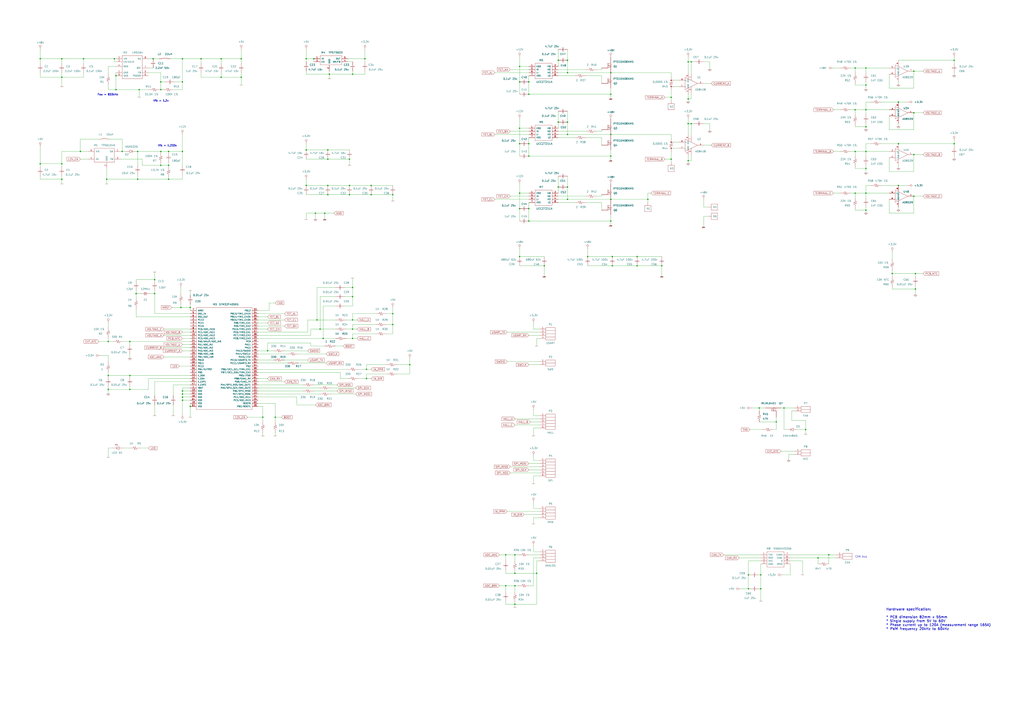
<source format=kicad_sch>
(kicad_sch (version 20230121) (generator eeschema)
  (paper "A1")
  (title_block (title "Phobia Motor Controller") (date "2023-03-03") (rev "5b") (company "Roman Belov"))
  (junction (at 33.02 134.62))
  (junction (at 132.08 67.31))
  (junction (at 148.59 252.73))
  (junction (at 33.02 48.26))
  (junction (at 466.09 110.49))
  (junction (at 434.34 77.47))
  (junction (at 50.8 147.32))
  (junction (at 336.55 299.72))
  (junction (at 138.43 135.89))
  (junction (at 265.43 278.13))
  (junction (at 643.89 335.28))
  (junction (at 127 229.87))
  (junction (at 466.09 163.83))
  (junction (at 181.61 63.5))
  (junction (at 501.65 163.83))
  (junction (at 434.34 118.11))
  (junction (at 289.56 236.22))
  (junction (at 680.72 455.93))
  (junction (at 289.56 270.51))
  (junction (at 269.24 123.19))
  (junction (at 68.58 48.26))
  (junction (at 257.81 48.26))
  (junction (at 262.89 270.51))
  (junction (at 565.15 132.08))
  (junction (at 426.72 67.31))
  (junction (at 711.2 55.88))
  (junction (at 750.57 161.29))
  (junction (at 614.68 483.87))
  (junction (at 751.84 237.49))
  (junction (at 426.72 54.61))
  (junction (at 458.47 49.53))
  (junction (at 565.15 50.8))
  (junction (at 711.2 158.75))
  (junction (at 149.86 326.39))
  (junction (at 426.72 171.45))
  (junction (at 269.24 152.4))
  (junction (at 671.83 458.47))
  (junction (at 138.43 147.32))
  (junction (at 661.67 353.06))
  (junction (at 269.24 160.02))
  (junction (at 482.6 210.82))
  (junction (at 269.24 130.81))
  (junction (at 466.09 100.33))
  (junction (at 50.8 48.26))
  (junction (at 440.69 471.17))
  (junction (at 750.57 127))
  (junction (at 88.9 308.61))
  (junction (at 198.12 63.5))
  (junction (at 287.02 130.81))
  (junction (at 138.43 124.46))
  (junction (at 426.72 210.82))
  (junction (at 783.59 118.11))
  (junction (at 300.99 311.15))
  (junction (at 501.65 110.49))
  (junction (at 304.8 152.4))
  (junction (at 289.56 60.96))
  (junction (at 502.92 218.44))
  (junction (at 426.72 118.11))
  (junction (at 149.86 48.26))
  (junction (at 702.31 124.46))
  (junction (at 737.87 83.82))
  (junction (at 181.61 48.26))
  (junction (at 106.68 308.61))
  (junction (at 156.21 252.73))
  (junction (at 711.2 172.72))
  (junction (at 565.15 81.28))
  (junction (at 322.58 257.81))
  (junction (at 702.31 90.17))
  (junction (at 434.34 128.27))
  (junction (at 434.34 67.31))
  (junction (at 299.72 48.26))
  (junction (at 415.29 481.33))
  (junction (at 132.08 135.89))
  (junction (at 502.92 210.82))
  (junction (at 322.58 160.02))
  (junction (at 751.84 224.79))
  (junction (at 523.24 210.82))
  (junction (at 219.71 288.29))
  (junction (at 532.13 163.83))
  (junction (at 567.69 50.8))
  (junction (at 289.56 262.89))
  (junction (at 422.91 455.93))
  (junction (at 111.76 241.3))
  (junction (at 270.51 60.96))
  (junction (at 466.09 49.53))
  (junction (at 95.25 73.66))
  (junction (at 711.2 69.85))
  (junction (at 100.33 124.46))
  (junction (at 434.34 181.61))
  (junction (at 165.1 48.26))
  (junction (at 93.98 48.26))
  (junction (at 88.9 280.67))
  (junction (at 458.47 153.67))
  (junction (at 304.8 160.02))
  (junction (at 132.08 73.66))
  (junction (at 215.9 342.9))
  (junction (at 783.59 49.53))
  (junction (at 711.2 104.14))
  (junction (at 149.86 124.46))
  (junction (at 289.56 278.13))
  (junction (at 415.29 455.93))
  (junction (at 127 241.3))
  (junction (at 623.57 335.28))
  (junction (at 198.12 48.26))
  (junction (at 737.87 152.4))
  (junction (at 106.68 320.04))
  (junction (at 251.46 152.4))
  (junction (at 426.72 105.41))
  (junction (at 711.2 90.17))
  (junction (at 750.57 92.71))
  (junction (at 551.18 130.81))
  (junction (at 226.06 342.9))
  (junction (at 702.31 158.75))
  (junction (at 711.2 138.43))
  (junction (at 251.46 123.19))
  (junction (at 447.04 218.44))
  (junction (at 702.31 55.88))
  (junction (at 422.91 471.17))
  (junction (at 567.69 101.6))
  (junction (at 732.79 224.79))
  (junction (at 259.08 175.26))
  (junction (at 300.99 303.53))
  (junction (at 287.02 152.4))
  (junction (at 565.15 101.6))
  (junction (at 322.58 266.7))
  (junction (at 66.04 124.46))
  (junction (at 50.8 134.62))
  (junction (at 543.56 218.44))
  (junction (at 149.86 328.93))
  (junction (at 149.86 67.31))
  (junction (at 113.03 124.46))
  (junction (at 156.21 334.01))
  (junction (at 422.91 496.57))
  (junction (at 624.84 483.87))
  (junction (at 125.73 48.26))
  (junction (at 251.46 48.26))
  (junction (at 750.57 58.42))
  (junction (at 260.35 262.89))
  (junction (at 614.68 472.44))
  (junction (at 501.65 128.27))
  (junction (at 266.7 175.26))
  (junction (at 523.24 218.44))
  (junction (at 711.2 124.46))
  (junction (at 289.56 243.84))
  (junction (at 458.47 100.33))
  (junction (at 737.87 118.11))
  (junction (at 551.18 80.01))
  (junction (at 434.34 171.45))
  (junction (at 624.84 472.44))
  (junction (at 501.65 181.61))
  (junction (at 426.72 158.75))
  (junction (at 422.91 481.33))
  (junction (at 95.25 62.23))
  (junction (at 637.54 346.71))
  (junction (at 106.68 280.67))
  (junction (at 87.63 147.32))
  (junction (at 149.86 321.31))
  (junction (at 501.65 59.69))
  (junction (at 113.03 147.32))
  (junction (at 132.08 124.46))
  (junction (at 88.9 320.04))
  (junction (at 149.86 323.85))
  (junction (at 466.09 59.69))
  (junction (at 501.65 77.47))
  (junction (at 287.02 160.02))
  (junction (at 50.8 63.5))
  (junction (at 114.3 73.66))
  (junction (at 466.09 153.67))
  (wire (pts (xy 443.23 297.18) (xy 416.56 297.18)))
  (wire (pts (xy 149.86 124.46) (xy 149.86 135.89)))
  (wire (pts (xy 251.46 147.32) (xy 251.46 152.4)))
  (wire (pts (xy 156.21 242.57) (xy 156.21 238.76)))
  (wire (pts (xy 252.73 262.89) (xy 260.35 262.89)))
  (wire (pts (xy 165.1 63.5) (xy 181.61 63.5)))
  (wire (pts (xy 251.46 175.26) (xy 259.08 175.26)))
  (wire (pts (xy 481.33 62.23) (xy 494.03 62.23)))
  (wire (pts (xy 33.02 63.5) (xy 50.8 63.5)))
  (wire (pts (xy 783.59 62.23) (xy 783.59 59.69)))
  (wire (pts (xy 132.08 124.46) (xy 138.43 124.46)))
  (wire (pts (xy 212.09 331.47) (xy 226.06 331.47)))
  (wire (pts (xy 149.86 110.49) (xy 149.86 124.46)))
  (wire (pts (xy 426.72 67.31) (xy 426.72 77.47)))
  (wire (pts (xy 259.08 175.26) (xy 259.08 180.34)))
  (wire (pts (xy 698.5 55.88) (xy 702.31 55.88)))
  (wire (pts (xy 106.68 283.21) (xy 106.68 280.67)))
  (wire (pts (xy 33.02 48.26) (xy 33.02 52.07)))
  (wire (pts (xy 501.65 72.39) (xy 501.65 77.47)))
  (wire (pts (xy 127 229.87) (xy 127 231.14)))
  (wire (pts (xy 88.9 306.07) (xy 88.9 308.61)))
  (wire (pts (xy 711.2 90.17) (xy 711.2 93.98)))
  (wire (pts (xy 130.81 73.66) (xy 132.08 73.66)))
  (wire (pts (xy 132.08 59.69) (xy 132.08 67.31)))
  (wire (pts (xy 623.57 472.44) (xy 624.84 472.44)))
  (wire (pts (xy 106.68 320.04) (xy 121.92 320.04)))
  (wire (pts (xy 68.58 48.26) (xy 93.98 48.26)))
  (wire (pts (xy 322.58 266.7) (xy 322.58 257.81)))
  (wire (pts (xy 551.18 130.81) (xy 551.18 133.35)))
  (wire (pts (xy 702.31 104.14) (xy 711.2 104.14)))
  (wire (pts (xy 426.72 118.11) (xy 426.72 128.27)))
  (wire (pts (xy 66.04 114.3) (xy 66.04 124.46)))
  (wire (pts (xy 101.6 368.3) (xy 106.68 368.3)))
  (wire (pts (xy 466.09 144.78) (xy 466.09 153.67)))
  (wire (pts (xy 567.69 60.96) (xy 567.69 50.8)))
  (wire (pts (xy 702.31 68.58) (xy 702.31 69.85)))
  (wire (pts (xy 614.68 472.44) (xy 614.68 483.87)))
  (wire (pts (xy 624.84 472.44) (xy 624.84 483.87)))
  (wire (pts (xy 494.03 166.37) (xy 481.33 166.37)))
  (wire (pts (xy 257.81 316.23) (xy 276.86 316.23)))
  (wire (pts (xy 317.5 299.72) (xy 300.99 299.72)))
  (wire (pts (xy 458.47 100.33) (xy 458.47 105.41)))
  (wire (pts (xy 149.86 147.32) (xy 149.86 143.51)))
  (wire (pts (xy 88.9 69.85) (xy 88.9 73.66)))
  (wire (pts (xy 88.9 320.04) (xy 106.68 320.04)))
  (wire (pts (xy 226.06 331.47) (xy 226.06 342.9)))
  (wire (pts (xy 95.25 50.8) (xy 93.98 50.8)))
  (wire (pts (xy 322.58 160.02) (xy 322.58 165.1)))
  (wire (pts (xy 702.31 138.43) (xy 711.2 138.43)))
  (wire (pts (xy 113.03 143.51) (xy 113.03 147.32)))
  (wire (pts (xy 723.9 83.82) (xy 737.87 83.82)))
  (wire (pts (xy 702.31 158.75) (xy 702.31 162.56)))
  (wire (pts (xy 652.78 370.84) (xy 641.35 370.84)))
  (wire (pts (xy 289.56 274.32) (xy 308.61 274.32)))
  (wire (pts (xy 285.75 48.26) (xy 299.72 48.26)))
  (wire (pts (xy 422.91 461.01) (xy 422.91 455.93)))
  (wire (pts (xy 466.09 100.33) (xy 466.09 110.49)))
  (wire (pts (xy 557.53 121.92) (xy 553.72 121.92)))
  (wire (pts (xy 750.57 58.42) (xy 758.19 58.42)))
  (wire (pts (xy 466.09 40.64) (xy 466.09 49.53)))
  (wire (pts (xy 181.61 48.26) (xy 198.12 48.26)))
  (wire (pts (xy 624.84 455.93) (xy 594.36 455.93)))
  (wire (pts (xy 567.69 132.08) (xy 565.15 132.08)))
  (wire (pts (xy 783.59 49.53) (xy 737.87 49.53)))
  (wire (pts (xy 422.91 496.57) (xy 422.91 499.11)))
  (wire (pts (xy 661.67 345.44) (xy 650.24 345.44)))
  (wire (pts (xy 711.2 83.82) (xy 711.2 90.17)))
  (wire (pts (xy 711.2 158.75) (xy 711.2 162.56)))
  (wire (pts (xy 127 332.74) (xy 127 341.63)))
  (wire (pts (xy 285.75 303.53) (xy 212.09 303.53)))
  (wire (pts (xy 33.02 59.69) (xy 33.02 63.5)))
  (wire (pts (xy 458.47 113.03) (xy 472.44 113.03)))
  (wire (pts (xy 466.09 163.83) (xy 501.65 163.83)))
  (wire (pts (xy 299.72 40.64) (xy 299.72 48.26)))
  (wire (pts (xy 617.22 335.28) (xy 623.57 335.28)))
  (wire (pts (xy 494.03 107.95) (xy 494.03 106.68)))
  (wire (pts (xy 284.48 262.89) (xy 289.56 262.89)))
  (wire (pts (xy 447.04 218.44) (xy 447.04 227.33)))
  (wire (pts (xy 711.2 101.6) (xy 711.2 104.14)))
  (wire (pts (xy 438.15 458.47) (xy 438.15 481.33)))
  (wire (pts (xy 501.65 59.69) (xy 551.18 59.69)))
  (wire (pts (xy 607.06 458.47) (xy 624.84 458.47)))
  (wire (pts (xy 567.69 127) (xy 567.69 132.08)))
  (wire (pts (xy 702.31 55.88) (xy 711.2 55.88)))
  (wire (pts (xy 551.18 59.69) (xy 551.18 63.5)))
  (wire (pts (xy 434.34 77.47) (xy 501.65 77.47)))
  (wire (pts (xy 565.15 46.99) (xy 565.15 50.8)))
  (wire (pts (xy 737.87 101.6) (xy 737.87 104.14)))
  (wire (pts (xy 565.15 77.47) (xy 565.15 81.28)))
  (wire (pts (xy 220.98 255.27) (xy 220.98 248.92)))
  (wire (pts (xy 565.15 128.27) (xy 565.15 132.08)))
  (wire (pts (xy 750.57 92.71) (xy 758.19 92.71)))
  (wire (pts (xy 466.09 91.44) (xy 466.09 100.33)))
  (wire (pts (xy 711.2 90.17) (xy 730.25 90.17)))
  (wire (pts (xy 422.91 486.41) (xy 422.91 481.33)))
  (wire (pts (xy 494.03 107.95) (xy 490.22 107.95)))
  (wire (pts (xy 648.97 458.47) (xy 671.83 458.47)))
  (wire (pts (xy 269.24 130.81) (xy 287.02 130.81)))
  (wire (pts (xy 226.06 358.14) (xy 226.06 355.6)))
  (wire (pts (xy 577.85 163.83) (xy 577.85 170.18)))
  (wire (pts (xy 121.92 368.3) (xy 115.57 368.3)))
  (wire (pts (xy 698.5 124.46) (xy 702.31 124.46)))
  (wire (pts (xy 142.24 325.12) (xy 142.24 316.23)))
  (wire (pts (xy 648.97 472.44) (xy 648.97 463.55)))
  (wire (pts (xy 66.04 130.81) (xy 72.39 130.81)))
  (wire (pts (xy 426.72 105.41) (xy 434.34 105.41)))
  (wire (pts (xy 783.59 130.81) (xy 783.59 128.27)))
  (wire (pts (xy 614.68 461.01) (xy 614.68 472.44)))
  (wire (pts (xy 438.15 351.79) (xy 438.15 358.14)))
  (wire (pts (xy 322.58 274.32) (xy 322.58 266.7)))
  (wire (pts (xy 251.46 152.4) (xy 269.24 152.4)))
  (wire (pts (xy 711.2 135.89) (xy 711.2 138.43)))
  (wire (pts (xy 127 257.81) (xy 156.21 257.81)))
  (wire (pts (xy 689.61 158.75) (xy 684.53 158.75)))
  (wire (pts (xy 419.1 57.15) (xy 434.34 57.15)))
  (wire (pts (xy 732.79 207.01) (xy 732.79 213.36)))
  (wire (pts (xy 262.89 243.84) (xy 275.59 243.84)))
  (wire (pts (xy 255.27 281.94) (xy 255.27 284.48)))
  (wire (pts (xy 582.93 101.6) (xy 582.93 107.95)))
  (wire (pts (xy 551.18 73.66) (xy 551.18 80.01)))
  (wire (pts (xy 260.35 262.89) (xy 275.59 262.89)))
  (wire (pts (xy 438.15 341.63) (xy 438.15 336.55)))
  (wire (pts (xy 501.65 123.19) (xy 501.65 128.27)))
  (wire (pts (xy 723.9 152.4) (xy 737.87 152.4)))
  (wire (pts (xy 252.73 273.05) (xy 252.73 262.89)))
  (wire (pts (xy 149.86 323.85) (xy 156.21 323.85)))
  (wire (pts (xy 149.86 321.31) (xy 149.86 323.85)))
  (wire (pts (xy 426.72 158.75) (xy 426.72 171.45)))
  (wire (pts (xy 265.43 251.46) (xy 265.43 278.13)))
  (wire (pts (xy 149.86 67.31) (xy 149.86 73.66)))
  (wire (pts (xy 481.33 113.03) (xy 494.03 113.03)))
  (wire (pts (xy 138.43 133.35) (xy 138.43 135.89)))
  (wire (pts (xy 181.61 48.26) (xy 181.61 52.07)))
  (wire (pts (xy 289.56 251.46) (xy 289.56 243.84)))
  (wire (pts (xy 494.03 57.15) (xy 490.22 57.15)))
  (wire (pts (xy 702.31 69.85) (xy 711.2 69.85)))
  (wire (pts (xy 702.31 137.16) (xy 702.31 138.43)))
  (wire (pts (xy 426.72 171.45) (xy 426.72 181.61)))
  (wire (pts (xy 33.02 48.26) (xy 50.8 48.26)))
  (wire (pts (xy 438.15 481.33) (xy 434.34 481.33)))
  (wire (pts (xy 212.09 278.13) (xy 265.43 278.13)))
  (wire (pts (xy 751.84 234.95) (xy 751.84 237.49)))
  (wire (pts (xy 289.56 50.8) (xy 285.75 50.8)))
  (wire (pts (xy 100.33 114.3) (xy 100.33 124.46)))
  (wire (pts (xy 750.57 161.29) (xy 758.19 161.29)))
  (wire (pts (xy 262.89 270.51) (xy 275.59 270.51)))
  (wire (pts (xy 434.34 455.93) (xy 443.23 455.93)))
  (wire (pts (xy 138.43 135.89) (xy 138.43 137.16)))
  (wire (pts (xy 251.46 118.11) (xy 251.46 123.19)))
  (wire (pts (xy 659.13 461.01) (xy 659.13 472.44)))
  (wire (pts (xy 299.72 60.96) (xy 299.72 58.42)))
  (wire (pts (xy 711.2 152.4) (xy 711.2 158.75)))
  (wire (pts (xy 304.8 152.4) (xy 322.58 152.4)))
  (wire (pts (xy 565.15 101.6) (xy 565.15 110.49)))
  (wire (pts (xy 212.09 288.29) (xy 219.71 288.29)))
  (wire (pts (xy 88.9 54.61) (xy 88.9 60.96)))
  (wire (pts (xy 149.86 326.39) (xy 149.86 328.93)))
  (wire (pts (xy 783.59 115.57) (xy 783.59 118.11)))
  (wire (pts (xy 148.59 252.73) (xy 156.21 252.73)))
  (wire (pts (xy 443.23 270.51) (xy 438.15 270.51)))
  (wire (pts (xy 111.76 254) (xy 111.76 260.35)))
  (wire (pts (xy 737.87 170.18) (xy 737.87 172.72)))
  (wire (pts (xy 410.21 481.33) (xy 415.29 481.33)))
  (wire (pts (xy 565.15 50.8) (xy 567.69 50.8)))
  (wire (pts (xy 501.65 77.47) (xy 501.65 81.28)))
  (wire (pts (xy 546.1 130.81) (xy 551.18 130.81)))
  (wire (pts (xy 623.57 335.28) (xy 628.65 335.28)))
  (wire (pts (xy 270.51 58.42) (xy 270.51 60.96)))
  (wire (pts (xy 87.63 147.32) (xy 113.03 147.32)))
  (wire (pts (xy 132.08 67.31) (xy 132.08 73.66)))
  (wire (pts (xy 289.56 60.96) (xy 299.72 60.96)))
  (wire (pts (xy 212.09 265.43) (xy 219.71 265.43)))
  (wire (pts (xy 181.61 59.69) (xy 181.61 63.5)))
  (wire (pts (xy 233.68 267.97) (xy 212.09 267.97)))
  (wire (pts (xy 66.04 124.46) (xy 72.39 124.46)))
  (wire (pts (xy 501.65 181.61) (xy 501.65 185.42)))
  (wire (pts (xy 198.12 40.64) (xy 198.12 48.26)))
  (wire (pts (xy 684.53 55.88) (xy 689.61 55.88)))
  (wire (pts (xy 88.9 308.61) (xy 88.9 309.88)))
  (wire (pts (xy 434.34 110.49) (xy 406.4 110.49)))
  (wire (pts (xy 458.47 91.44) (xy 458.47 100.33)))
  (wire (pts (xy 689.61 90.17) (xy 684.53 90.17)))
  (wire (pts (xy 419.1 388.62) (xy 443.23 388.62)))
  (wire (pts (xy 260.35 262.89) (xy 260.35 236.22)))
  (wire (pts (xy 702.31 102.87) (xy 702.31 104.14)))
  (wire (pts (xy 149.86 323.85) (xy 149.86 326.39)))
  (wire (pts (xy 50.8 48.26) (xy 68.58 48.26)))
  (wire (pts (xy 711.2 158.75) (xy 730.25 158.75)))
  (wire (pts (xy 482.6 210.82) (xy 482.6 204.47)))
  (wire (pts (xy 458.47 110.49) (xy 466.09 110.49)))
  (wire (pts (xy 551.18 80.01) (xy 551.18 82.55)))
  (wire (pts (xy 434.34 166.37) (xy 434.34 171.45)))
  (wire (pts (xy 143.51 67.31) (xy 149.86 67.31)))
  (wire (pts (xy 300.99 311.15) (xy 294.64 311.15)))
  (wire (pts (xy 415.29 481.33) (xy 422.91 481.33)))
  (wire (pts (xy 422.91 471.17) (xy 440.69 471.17)))
  (wire (pts (xy 711.2 104.14) (xy 711.2 106.68)))
  (wire (pts (xy 113.03 135.89) (xy 113.03 124.46)))
  (wire (pts (xy 285.75 311.15) (xy 279.4 311.15)))
  (wire (pts (xy 156.21 273.05) (xy 149.86 273.05)))
  (wire (pts (xy 440.69 461.01) (xy 443.23 461.01)))
  (wire (pts (xy 643.89 335.28) (xy 652.78 335.28)))
  (wire (pts (xy 284.48 278.13) (xy 289.56 278.13)))
  (wire (pts (xy 127 325.12) (xy 127 313.69)))
  (wire (pts (xy 438.15 453.39) (xy 438.15 448.31)))
  (wire (pts (xy 702.31 124.46) (xy 711.2 124.46)))
  (wire (pts (xy 443.23 273.05) (xy 416.56 273.05)))
  (wire (pts (xy 106.68 320.04) (xy 106.68 317.5)))
  (wire (pts (xy 132.08 134.62) (xy 132.08 135.89)))
  (wire (pts (xy 443.23 391.16) (xy 438.15 391.16)))
  (wire (pts (xy 300.99 299.72) (xy 300.99 303.53)))
  (wire (pts (xy 138.43 147.32) (xy 138.43 146.05)))
  (wire (pts (xy 116.84 135.89) (xy 132.08 135.89)))
  (wire (pts (xy 711.2 55.88) (xy 730.25 55.88)))
  (wire (pts (xy 458.47 144.78) (xy 458.47 153.67)))
  (wire (pts (xy 434.34 128.27) (xy 501.65 128.27)))
  (wire (pts (xy 577.85 68.58) (xy 584.2 68.58)))
  (wire (pts (xy 642.62 472.44) (xy 648.97 472.44)))
  (wire (pts (xy 577.85 170.18) (xy 581.66 170.18)))
  (wire (pts (xy 783.59 120.65) (xy 783.59 118.11)))
  (wire (pts (xy 565.15 132.08) (xy 565.15 134.62)))
  (wire (pts (xy 494.03 62.23) (xy 494.03 68.58)))
  (wire (pts (xy 138.43 124.46) (xy 138.43 125.73)))
  (wire (pts (xy 289.56 262.89) (xy 289.56 257.81)))
  (wire (pts (xy 567.69 50.8) (xy 570.23 50.8)))
  (wire (pts (xy 125.73 48.26) (xy 130.81 48.26)))
  (wire (pts (xy 443.23 381) (xy 434.34 381)))
  (wire (pts (xy 289.56 257.81) (xy 308.61 257.81)))
  (wire (pts (xy 90.17 114.3) (xy 100.33 114.3)))
  (wire (pts (xy 750.57 140.97) (xy 750.57 127)))
  (wire (pts (xy 251.46 123.19) (xy 269.24 123.19)))
  (wire (pts (xy 212.09 298.45) (xy 236.22 298.45)))
  (wire (pts (xy 608.33 483.87) (xy 614.68 483.87)))
  (wire (pts (xy 532.13 163.83) (xy 532.13 166.37)))
  (wire (pts (xy 134.62 293.37) (xy 156.21 293.37)))
  (wire (pts (xy 257.81 321.31) (xy 276.86 321.31)))
  (wire (pts (xy 88.9 297.18) (xy 88.9 292.1)))
  (wire (pts (xy 711.2 172.72) (xy 711.2 175.26)))
  (wire (pts (xy 623.57 346.71) (xy 637.54 346.71)))
  (wire (pts (xy 577.85 177.8) (xy 577.85 186.69)))
  (wire (pts (xy 283.21 243.84) (xy 289.56 243.84)))
  (wire (pts (xy 111.76 260.35) (xy 156.21 260.35)))
  (wire (pts (xy 149.86 328.93) (xy 149.86 340.36)))
  (wire (pts (xy 648.97 455.93) (xy 680.72 455.93)))
  (wire (pts (xy 219.71 288.29) (xy 224.79 288.29)))
  (wire (pts (xy 551.18 124.46) (xy 551.18 130.81)))
  (wire (pts (xy 650.24 337.82) (xy 652.78 337.82)))
  (wire (pts (xy 289.56 266.7) (xy 308.61 266.7)))
  (wire (pts (xy 565.15 101.6) (xy 567.69 101.6)))
  (wire (pts (xy 715.01 152.4) (xy 711.2 152.4)))
  (wire (pts (xy 251.46 58.42) (xy 251.46 60.96)))
  (wire (pts (xy 732.79 236.22) (xy 732.79 237.49)))
  (wire (pts (xy 132.08 67.31) (xy 135.89 67.31)))
  (wire (pts (xy 248.92 316.23) (xy 212.09 316.23)))
  (wire (pts (xy 165.1 59.69) (xy 165.1 63.5)))
  (wire (pts (xy 577.85 101.6) (xy 582.93 101.6)))
  (wire (pts (xy 557.53 71.12) (xy 553.72 71.12)))
  (wire (pts (xy 219.71 281.94) (xy 255.27 281.94)))
  (wire (pts (xy 260.35 236.22) (xy 275.59 236.22)))
  (wire (pts (xy 269.24 123.19) (xy 287.02 123.19)))
  (wire (pts (xy 415.29 461.01) (xy 415.29 455.93)))
  (wire (pts (xy 737.87 69.85) (xy 737.87 67.31)))
  (wire (pts (xy 50.8 63.5) (xy 68.58 63.5)))
  (wire (pts (xy 434.34 107.95) (xy 419.1 107.95)))
  (wire (pts (xy 95.25 54.61) (xy 88.9 54.61)))
  (wire (pts (xy 702.31 171.45) (xy 702.31 172.72)))
  (wire (pts (xy 434.34 163.83) (xy 406.4 163.83)))
  (wire (pts (xy 426.72 105.41) (xy 426.72 118.11)))
  (wire (pts (xy 50.8 52.07) (xy 50.8 48.26)))
  (wire (pts (xy 440.69 278.13) (xy 440.69 284.48)))
  (wire (pts (xy 577.85 50.8) (xy 582.93 50.8)))
  (wire (pts (xy 113.03 147.32) (xy 138.43 147.32)))
  (wire (pts (xy 711.2 138.43) (xy 711.2 142.24)))
  (wire (pts (xy 730.25 140.97) (xy 750.57 140.97)))
  (wire (pts (xy 88.9 280.67) (xy 92.71 280.67)))
  (wire (pts (xy 294.64 303.53) (xy 300.99 303.53)))
  (wire (pts (xy 426.72 218.44) (xy 447.04 218.44)))
  (wire (pts (xy 233.68 295.91) (xy 252.73 295.91)))
  (wire (pts (xy 156.21 250.19) (xy 156.21 252.73)))
  (wire (pts (xy 410.21 455.93) (xy 415.29 455.93)))
  (wire (pts (xy 257.81 48.26) (xy 251.46 48.26)))
  (wire (pts (xy 458.47 161.29) (xy 481.33 161.29)))
  (wire (pts (xy 426.72 210.82) (xy 426.72 204.47)))
  (wire (pts (xy 641.35 335.28) (xy 643.89 335.28)))
  (wire (pts (xy 226.06 342.9) (xy 226.06 346.71)))
  (wire (pts (xy 82.55 292.1) (xy 88.9 292.1)))
  (wire (pts (xy 156.21 270.51) (xy 134.62 270.51)))
  (wire (pts (xy 730.25 106.68) (xy 750.57 106.68)))
  (wire (pts (xy 139.7 48.26) (xy 149.86 48.26)))
  (wire (pts (xy 121.92 48.26) (xy 125.73 48.26)))
  (wire (pts (xy 584.2 119.38) (xy 577.85 119.38)))
  (wire (pts (xy 95.25 59.69) (xy 95.25 62.23)))
  (wire (pts (xy 68.58 63.5) (xy 68.58 59.69)))
  (wire (pts (xy 149.86 328.93) (xy 156.21 328.93)))
  (wire (pts (xy 289.56 60.96) (xy 289.56 58.42)))
  (wire (pts (xy 165.1 48.26) (xy 165.1 52.07)))
  (wire (pts (xy 245.11 298.45) (xy 267.97 298.45)))
  (wire (pts (xy 50.8 59.69) (xy 50.8 63.5)))
  (wire (pts (xy 245.11 290.83) (xy 267.97 290.83)))
  (wire (pts (xy 181.61 63.5) (xy 198.12 63.5)))
  (wire (pts (xy 233.68 288.29) (xy 252.73 288.29)))
  (wire (pts (xy 265.43 251.46) (xy 275.59 251.46)))
  (wire (pts (xy 435.61 346.71) (xy 443.23 346.71)))
  (wire (pts (xy 156.21 318.77) (xy 149.86 318.77)))
  (wire (pts (xy 33.02 147.32) (xy 50.8 147.32)))
  (wire (pts (xy 266.7 175.26) (xy 266.7 180.34)))
  (wire (pts (xy 101.6 280.67) (xy 106.68 280.67)))
  (wire (pts (xy 111.76 231.14) (xy 111.76 229.87)))
  (wire (pts (xy 87.63 147.32) (xy 87.63 151.13)))
  (wire (pts (xy 287.02 160.02) (xy 304.8 160.02)))
  (wire (pts (xy 106.68 290.83) (xy 106.68 294.64)))
  (wire (pts (xy 121.92 55.88) (xy 125.73 55.88)))
  (wire (pts (xy 532.13 158.75) (xy 532.13 163.83)))
  (wire (pts (xy 50.8 63.5) (xy 50.8 71.12)))
  (wire (pts (xy 458.47 107.95) (xy 481.33 107.95)))
  (wire (pts (xy 624.84 463.55) (xy 624.84 472.44)))
  (wire (pts (xy 50.8 134.62) (xy 33.02 134.62)))
  (wire (pts (xy 458.47 166.37) (xy 472.44 166.37)))
  (wire (pts (xy 300.99 303.53) (xy 304.8 303.53)))
  (wire (pts (xy 251.46 48.26) (xy 251.46 50.8)))
  (wire (pts (xy 443.23 275.59) (xy 434.34 275.59)))
  (wire (pts (xy 438.15 425.45) (xy 438.15 430.53)))
  (wire (pts (xy 243.84 332.74) (xy 259.08 332.74)))
  (wire (pts (xy 711.2 124.46) (xy 711.2 128.27)))
  (wire (pts (xy 419.1 383.54) (xy 443.23 383.54)))
  (wire (pts (xy 156.21 288.29) (xy 149.86 288.29)))
  (wire (pts (xy 149.86 326.39) (xy 156.21 326.39)))
  (wire (pts (xy 142.24 341.63) (xy 142.24 332.74)))
  (wire (pts (xy 434.34 113.03) (xy 434.34 118.11)))
  (wire (pts (xy 287.02 130.81) (xy 287.02 135.89)))
  (wire (pts (xy 50.8 144.78) (xy 50.8 147.32)))
  (wire (pts (xy 443.23 420.37) (xy 416.56 420.37)))
  (wire (pts (xy 702.31 90.17) (xy 702.31 93.98)))
  (wire (pts (xy 434.34 171.45) (xy 434.34 181.61)))
  (wire (pts (xy 279.4 311.15) (xy 279.4 306.07)))
  (wire (pts (xy 138.43 147.32) (xy 149.86 147.32)))
  (wire (pts (xy 434.34 181.61) (xy 501.65 181.61)))
  (wire (pts (xy 783.59 46.99) (xy 783.59 49.53)))
  (wire (pts (xy 443.23 378.46) (xy 438.15 378.46)))
  (wire (pts (xy 567.69 81.28) (xy 565.15 81.28)))
  (wire (pts (xy 466.09 110.49) (xy 501.65 110.49)))
  (wire (pts (xy 443.23 299.72) (xy 434.34 299.72)))
  (wire (pts (xy 751.84 227.33) (xy 751.84 224.79)))
  (wire (pts (xy 711.2 118.11) (xy 711.2 124.46)))
  (wire (pts (xy 127 313.69) (xy 156.21 313.69)))
  (wire (pts (xy 422.91 496.57) (xy 415.29 496.57)))
  (wire (pts (xy 565.15 97.79) (xy 565.15 101.6)))
  (wire (pts (xy 438.15 391.16) (xy 438.15 397.51)))
  (wire (pts (xy 132.08 125.73) (xy 132.08 124.46)))
  (wire (pts (xy 99.06 130.81) (xy 116.84 130.81)))
  (wire (pts (xy 88.9 73.66) (xy 95.25 73.66)))
  (wire (pts (xy 289.56 262.89) (xy 293.37 262.89)))
  (wire (pts (xy 132.08 73.66) (xy 133.35 73.66)))
  (wire (pts (xy 33.02 134.62) (xy 33.02 137.16)))
  (wire (pts (xy 702.31 158.75) (xy 711.2 158.75)))
  (wire (pts (xy 730.25 95.25) (xy 730.25 106.68)))
  (wire (pts (xy 156.21 285.75) (xy 134.62 285.75)))
  (wire (pts (xy 543.56 218.44) (xy 543.56 227.33)))
  (wire (pts (xy 689.61 124.46) (xy 684.53 124.46)))
  (wire (pts (xy 317.5 266.7) (xy 322.58 266.7)))
  (wire (pts (xy 265.43 278.13) (xy 275.59 278.13)))
  (wire (pts (xy 336.55 294.64) (xy 336.55 299.72)))
  (wire (pts (xy 458.47 59.69) (xy 466.09 59.69)))
  (wire (pts (xy 567.69 76.2) (xy 567.69 81.28)))
  (wire (pts (xy 287.02 152.4) (xy 304.8 152.4)))
  (wire (pts (xy 702.31 124.46) (xy 702.31 128.27)))
  (wire (pts (xy 637.54 346.71) (xy 637.54 353.06)))
  (wire (pts (xy 299.72 48.26) (xy 299.72 50.8)))
  (wire (pts (xy 458.47 57.15) (xy 481.33 57.15)))
  (wire (pts (xy 565.15 50.8) (xy 565.15 59.69)))
  (wire (pts (xy 283.21 236.22) (xy 289.56 236.22)))
  (wire (pts (xy 443.23 425.45) (xy 438.15 425.45)))
  (wire (pts (xy 215.9 355.6) (xy 215.9 358.14)))
  (wire (pts (xy 553.72 116.84) (xy 557.53 116.84)))
  (wire (pts (xy 100.33 124.46) (xy 102.87 124.46)))
  (wire (pts (xy 732.79 237.49) (xy 751.84 237.49)))
  (wire (pts (xy 123.19 241.3) (xy 127 241.3)))
  (wire (pts (xy 751.84 237.49) (xy 751.84 242.57)))
  (wire (pts (xy 270.51 60.96) (xy 270.51 64.77)))
  (wire (pts (xy 156.21 321.31) (xy 149.86 321.31)))
  (wire (pts (xy 257.81 48.26) (xy 257.81 50.8)))
  (wire (pts (xy 95.25 62.23) (xy 95.25 73.66)))
  (wire (pts (xy 732.79 222.25) (xy 732.79 224.79)))
  (wire (pts (xy 438.15 378.46) (xy 438.15 374.65)))
  (wire (pts (xy 198.12 63.5) (xy 198.12 69.85)))
  (wire (pts (xy 255.27 284.48) (xy 266.7 284.48)))
  (wire (pts (xy 624.84 483.87) (xy 624.84 494.03)))
  (wire (pts (xy 269.24 152.4) (xy 287.02 152.4)))
  (wire (pts (xy 156.21 278.13) (xy 149.86 278.13)))
  (wire (pts (xy 289.56 270.51) (xy 293.37 270.51)))
  (wire (pts (xy 501.65 128.27) (xy 501.65 132.08)))
  (wire (pts (xy 88.9 269.24) (xy 88.9 265.43)))
  (wire (pts (xy 438.15 417.83) (xy 438.15 412.75)))
  (wire (pts (xy 127 223.52) (xy 127 229.87)))
  (wire (pts (xy 698.5 158.75) (xy 702.31 158.75)))
  (wire (pts (xy 156.21 334.01) (xy 156.21 342.9)))
  (wire (pts (xy 501.65 163.83) (xy 532.13 163.83)))
  (wire (pts (xy 111.76 241.3) (xy 111.76 245.11)))
  (wire (pts (xy 149.86 48.26) (xy 149.86 67.31)))
  (wire (pts (xy 149.86 318.77) (xy 149.86 321.31)))
  (wire (pts (xy 626.11 353.06) (xy 615.95 353.06)))
  (wire (pts (xy 783.59 52.07) (xy 783.59 49.53)))
  (wire (pts (xy 212.09 306.07) (xy 279.4 306.07)))
  (wire (pts (xy 637.54 342.9) (xy 637.54 346.71)))
  (wire (pts (xy 251.46 40.64) (xy 251.46 48.26)))
  (wire (pts (xy 121.92 320.04) (xy 121.92 311.15)))
  (wire (pts (xy 750.57 106.68) (xy 750.57 92.71)))
  (wire (pts (xy 212.09 295.91) (xy 224.79 295.91)))
  (wire (pts (xy 88.9 317.5) (xy 88.9 320.04)))
  (wire (pts (xy 262.89 318.77) (xy 212.09 318.77)))
  (wire (pts (xy 422.91 469.9) (xy 422.91 471.17)))
  (wire (pts (xy 220.98 248.92) (xy 226.06 248.92)))
  (wire (pts (xy 289.56 278.13) (xy 293.37 278.13)))
  (wire (pts (xy 275.59 284.48) (xy 281.94 284.48)))
  (wire (pts (xy 219.71 288.29) (xy 219.71 281.94)))
  (wire (pts (xy 114.3 73.66) (xy 121.92 73.66)))
  (wire (pts (xy 472.44 62.23) (xy 458.47 62.23)))
  (wire (pts (xy 750.57 175.26) (xy 750.57 161.29)))
  (wire (pts (xy 751.84 224.79) (xy 758.19 224.79)))
  (wire (pts (xy 458.47 49.53) (xy 458.47 54.61)))
  (wire (pts (xy 534.67 158.75) (xy 532.13 158.75)))
  (wire (pts (xy 156.21 331.47) (xy 156.21 334.01)))
  (wire (pts (xy 422.91 481.33) (xy 425.45 481.33)))
  (wire (pts (xy 647.7 373.38) (xy 652.78 373.38)))
  (wire (pts (xy 458.47 153.67) (xy 458.47 158.75)))
  (wire (pts (xy 149.86 48.26) (xy 165.1 48.26)))
  (wire (pts (xy 317.5 274.32) (xy 322.58 274.32)))
  (wire (pts (xy 443.23 278.13) (xy 440.69 278.13)))
  (wire (pts (xy 565.15 81.28) (xy 565.15 83.82)))
  (wire (pts (xy 440.69 461.01) (xy 440.69 471.17)))
  (wire (pts (xy 111.76 229.87) (xy 127 229.87)))
  (wire (pts (xy 115.57 241.3) (xy 111.76 241.3)))
  (wire (pts (xy 219.71 260.35) (xy 212.09 260.35)))
  (wire (pts (xy 270.51 60.96) (xy 289.56 60.96)))
  (wire (pts (xy 212.09 275.59) (xy 255.27 275.59)))
  (wire (pts (xy 165.1 48.26) (xy 181.61 48.26)))
  (wire (pts (xy 50.8 124.46) (xy 66.04 124.46)))
  (wire (pts (xy 680.72 455.93) (xy 680.72 463.55)))
  (wire (pts (xy 426.72 46.99) (xy 426.72 54.61)))
  (wire (pts (xy 434.34 118.11) (xy 434.34 128.27)))
  (wire (pts (xy 502.92 210.82) (xy 523.24 210.82)))
  (wire (pts (xy 440.69 471.17) (xy 440.69 496.57)))
  (wire (pts (xy 637.54 353.06) (xy 635 353.06)))
  (wire (pts (xy 551.18 110.49) (xy 551.18 114.3)))
  (wire (pts (xy 671.83 458.47) (xy 671.83 463.55)))
  (wire (pts (xy 715.01 83.82) (xy 711.2 83.82)))
  (wire (pts (xy 730.25 175.26) (xy 750.57 175.26)))
  (wire (pts (xy 106.68 308.61) (xy 156.21 308.61)))
  (wire (pts (xy 262.89 323.85) (xy 212.09 323.85)))
  (wire (pts (xy 711.2 67.31) (xy 711.2 69.85)))
  (wire (pts (xy 426.72 97.79) (xy 426.72 105.41)))
  (wire (pts (xy 68.58 48.26) (xy 68.58 52.07)))
  (wire (pts (xy 88.9 308.61) (xy 106.68 308.61)))
  (wire (pts (xy 737.87 138.43) (xy 737.87 135.89)))
  (wire (pts (xy 215.9 334.01) (xy 215.9 342.9)))
  (wire (pts (xy 233.68 257.81) (xy 212.09 257.81)))
  (wire (pts (xy 422.91 344.17) (xy 443.23 344.17)))
  (wire (pts (xy 434.34 158.75) (xy 426.72 158.75)))
  (wire (pts (xy 643.89 353.06) (xy 643.89 335.28)))
  (wire (pts (xy 289.56 243.84) (xy 289.56 236.22)))
  (wire (pts (xy 434.34 161.29) (xy 419.1 161.29)))
  (wire (pts (xy 443.23 351.79) (xy 438.15 351.79)))
  (wire (pts (xy 466.09 59.69) (xy 501.65 59.69)))
  (wire (pts (xy 443.23 386.08) (xy 434.34 386.08)))
  (wire (pts (xy 702.31 55.88) (xy 702.31 59.69)))
  (wire (pts (xy 116.84 130.81) (xy 116.84 135.89)))
  (wire (pts (xy 422.91 455.93) (xy 425.45 455.93)))
  (wire (pts (xy 212.09 273.05) (xy 252.73 273.05)))
  (wire (pts (xy 458.47 163.83) (xy 466.09 163.83)))
  (wire (pts (xy 661.67 353.06) (xy 661.67 356.87)))
  (wire (pts (xy 132.08 135.89) (xy 138.43 135.89)))
  (wire (pts (xy 88.9 320.04) (xy 88.9 323.85)))
  (wire (pts (xy 434.34 67.31) (xy 434.34 77.47)))
  (wire (pts (xy 655.32 353.06) (xy 661.67 353.06)))
  (wire (pts (xy 523.24 218.44) (xy 543.56 218.44)))
  (wire (pts (xy 317.5 257.81) (xy 322.58 257.81)))
  (wire (pts (xy 732.79 224.79) (xy 751.84 224.79)))
  (wire (pts (xy 156.21 283.21) (xy 149.86 283.21)))
  (wire (pts (xy 262.89 270.51) (xy 262.89 243.84)))
  (wire (pts (xy 415.29 486.41) (xy 415.29 481.33)))
  (wire (pts (xy 715.01 118.11) (xy 711.2 118.11)))
  (wire (pts (xy 494.03 113.03) (xy 494.03 119.38)))
  (wire (pts (xy 711.2 124.46) (xy 730.25 124.46)))
  (wire (pts (xy 106.68 280.67) (xy 156.21 280.67)))
  (wire (pts (xy 415.29 468.63) (xy 415.29 471.17)))
  (wire (pts (xy 212.09 270.51) (xy 219.71 270.51)))
  (wire (pts (xy 114.3 73.66) (xy 114.3 80.01)))
  (wire (pts (xy 322.58 257.81) (xy 322.58 252.73)))
  (wire (pts (xy 702.31 90.17) (xy 711.2 90.17)))
  (wire (pts (xy 212.09 311.15) (xy 219.71 311.15)))
  (wire (pts (xy 443.23 417.83) (xy 438.15 417.83)))
  (wire (pts (xy 458.47 40.64) (xy 458.47 49.53)))
  (wire (pts (xy 730.25 129.54) (xy 730.25 140.97)))
  (wire (pts (xy 106.68 308.61) (xy 106.68 309.88)))
  (wire (pts (xy 443.23 458.47) (xy 438.15 458.47)))
  (wire (pts (xy 156.21 252.73) (xy 156.21 255.27)))
  (wire (pts (xy 711.2 69.85) (xy 711.2 73.66)))
  (wire (pts (xy 624.84 483.87) (xy 623.57 483.87)))
  (wire (pts (xy 750.57 127) (xy 758.19 127)))
  (wire (pts (xy 567.69 111.76) (xy 567.69 101.6)))
  (wire (pts (xy 702.31 172.72) (xy 711.2 172.72)))
  (wire (pts (xy 259.08 175.26) (xy 266.7 175.26)))
  (wire (pts (xy 266.7 175.26) (xy 274.32 175.26)))
  (wire (pts (xy 198.12 48.26) (xy 198.12 52.07)))
  (wire (pts (xy 737.87 118.11) (xy 783.59 118.11)))
  (wire (pts (xy 443.23 422.91) (xy 430.53 422.91)))
  (wire (pts (xy 304.8 160.02) (xy 322.58 160.02)))
  (wire (pts (xy 615.95 472.44) (xy 614.68 472.44)))
  (wire (pts (xy 134.62 275.59) (xy 156.21 275.59)))
  (wire (pts (xy 546.1 80.01) (xy 551.18 80.01)))
  (wire (pts (xy 88.9 368.3) (xy 88.9 375.92)))
  (wire (pts (xy 494.03 161.29) (xy 490.22 161.29)))
  (wire (pts (xy 434.34 59.69) (xy 406.4 59.69)))
  (wire (pts (xy 730.25 60.96) (xy 730.25 72.39)))
  (wire (pts (xy 422.91 495.3) (xy 422.91 496.57)))
  (wire (pts (xy 215.9 334.01) (xy 212.09 334.01)))
  (wire (pts (xy 300.99 311.15) (xy 304.8 311.15)))
  (wire (pts (xy 300.99 307.34) (xy 300.99 311.15)))
  (wire (pts (xy 336.55 299.72) (xy 336.55 307.34)))
  (wire (pts (xy 482.6 210.82) (xy 502.92 210.82)))
  (wire (pts (xy 243.84 326.39) (xy 243.84 332.74)))
  (wire (pts (xy 81.28 114.3) (xy 66.04 114.3)))
  (wire (pts (xy 198.12 59.69) (xy 198.12 63.5)))
  (wire (pts (xy 99.06 124.46) (xy 100.33 124.46)))
  (wire (pts (xy 203.2 342.9) (xy 215.9 342.9)))
  (wire (pts (xy 292.1 323.85) (xy 271.78 323.85)))
  (wire (pts (xy 251.46 130.81) (xy 269.24 130.81)))
  (wire (pts (xy 127 241.3) (xy 127 257.81)))
  (wire (pts (xy 732.79 224.79) (xy 732.79 227.33)))
  (wire (pts (xy 624.84 461.01) (xy 614.68 461.01)))
  (wire (pts (xy 730.25 163.83) (xy 730.25 175.26)))
  (wire (pts (xy 231.14 342.9) (xy 226.06 342.9)))
  (wire (pts (xy 501.65 176.53) (xy 501.65 181.61)))
  (wire (pts (xy 422.91 349.25) (xy 443.23 349.25)))
  (wire (pts (xy 680.72 455.93) (xy 687.07 455.93)))
  (wire (pts (xy 233.68 262.89) (xy 212.09 262.89)))
  (wire (pts (xy 289.56 270.51) (xy 289.56 266.7)))
  (wire (pts (xy 443.23 341.63) (xy 438.15 341.63)))
  (wire (pts (xy 415.29 496.57) (xy 415.29 494.03)))
  (wire (pts (xy 81.28 280.67) (xy 88.9 280.67)))
  (wire (pts (xy 711.2 59.69) (xy 711.2 55.88)))
  (wire (pts (xy 255.27 270.51) (xy 262.89 270.51)))
  (wire (pts (xy 289.56 236.22) (xy 289.56 228.6)))
  (wire (pts (xy 50.8 147.32) (xy 50.8 151.13)))
  (wire (pts (xy 147.32 300.99) (xy 156.21 300.99)))
  (wire (pts (xy 251.46 160.02) (xy 269.24 160.02)))
  (wire (pts (xy 466.09 153.67) (xy 466.09 163.83)))
  (wire (pts (xy 730.25 72.39) (xy 750.57 72.39)))
  (wire (pts (xy 415.29 471.17) (xy 422.91 471.17)))
  (wire (pts (xy 336.55 299.72) (xy 326.39 299.72)))
  (wire (pts (xy 523.24 210.82) (xy 543.56 210.82)))
  (wire (pts (xy 426.72 210.82) (xy 447.04 210.82)))
  (wire (pts (xy 426.72 151.13) (xy 426.72 158.75)))
  (wire (pts (xy 215.9 342.9) (xy 215.9 346.71)))
  (wire (pts (xy 650.24 345.44) (xy 650.24 337.82)))
  (wire (pts (xy 577.85 177.8) (xy 581.66 177.8)))
  (wire (pts (xy 148.59 252.73) (xy 148.59 250.19)))
  (wire (pts (xy 443.23 453.39) (xy 438.15 453.39)))
  (wire (pts (xy 415.29 455.93) (xy 422.91 455.93)))
  (wire (pts (xy 494.03 161.29) (xy 494.03 160.02)))
  (wire (pts (xy 440.69 496.57) (xy 422.91 496.57)))
  (wire (pts (xy 236.22 290.83) (xy 212.09 290.83)))
  (wire (pts (xy 623.57 337.82) (xy 623.57 335.28)))
  (wire (pts (xy 283.21 251.46) (xy 289.56 251.46)))
  (wire (pts (xy 292.1 318.77) (xy 271.78 318.77)))
  (wire (pts (xy 648.97 461.01) (xy 659.13 461.01)))
  (wire (pts (xy 88.9 278.13) (xy 88.9 280.67)))
  (wire (pts (xy 482.6 218.44) (xy 502.92 218.44)))
  (wire (pts (xy 50.8 124.46) (xy 50.8 134.62)))
  (wire (pts (xy 284.48 270.51) (xy 289.56 270.51)))
  (wire (pts (xy 111.76 124.46) (xy 113.03 124.46)))
  (wire (pts (xy 723.9 118.11) (xy 737.87 118.11)))
  (wire (pts (xy 132.08 59.69) (xy 121.92 59.69)))
  (wire (pts (xy 426.72 54.61) (xy 426.72 67.31)))
  (wire (pts (xy 138.43 124.46) (xy 149.86 124.46)))
  (wire (pts (xy 111.76 238.76) (xy 111.76 241.3)))
  (wire (pts (xy 87.63 138.43) (xy 87.63 147.32)))
  (wire (pts (xy 434.34 54.61) (xy 426.72 54.61)))
  (wire (pts (xy 212.09 321.31) (xy 248.92 321.31)))
  (wire (pts (xy 255.27 270.51) (xy 255.27 275.59)))
  (wire (pts (xy 142.24 73.66) (xy 149.86 73.66)))
  (wire (pts (xy 212.09 255.27) (xy 220.98 255.27)))
  (wire (pts (xy 212.09 313.69) (xy 233.68 313.69)))
  (wire (pts (xy 269.24 160.02) (xy 287.02 160.02)))
  (wire (pts (xy 438.15 265.43) (xy 438.15 270.51)))
  (wire (pts (xy 93.98 50.8) (xy 93.98 48.26)))
  (wire (pts (xy 88.9 368.3) (xy 92.71 368.3)))
  (wire (pts (xy 750.57 72.39) (xy 750.57 58.42)))
  (wire (pts (xy 140.97 252.73) (xy 148.59 252.73)))
  (wire (pts (xy 614.68 483.87) (xy 615.95 483.87)))
  (wire (pts (xy 212.09 326.39) (xy 243.84 326.39)))
  (wire (pts (xy 646.43 353.06) (xy 643.89 353.06)))
  (wire (pts (xy 737.87 83.82) (xy 745.49 83.82)))
  (wire (pts (xy 647.7 378.46) (xy 647.7 373.38)))
  (wire (pts (xy 494.03 57.15) (xy 494.03 55.88)))
  (wire (pts (xy 113.03 124.46) (xy 132.08 124.46)))
  (wire (pts (xy 50.8 134.62) (xy 50.8 137.16)))
  (wire (pts (xy 502.92 218.44) (xy 523.24 218.44)))
  (wire (pts (xy 121.92 311.15) (xy 156.21 311.15)))
  (wire (pts (xy 33.02 144.78) (xy 33.02 147.32)))
  (wire (pts (xy 93.98 48.26) (xy 95.25 48.26)))
  (wire (pts (xy 711.2 170.18) (xy 711.2 172.72)))
  (wire (pts (xy 33.02 40.64) (xy 33.02 48.26)))
  (wire (pts (xy 434.34 62.23) (xy 434.34 67.31)))
  (wire (pts (xy 127 238.76) (xy 127 241.3)))
  (wire (pts (xy 737.87 152.4) (xy 745.49 152.4)))
  (wire (pts (xy 148.59 241.3) (xy 148.59 236.22)))
  (wire (pts (xy 289.56 278.13) (xy 289.56 274.32)))
  (wire (pts (xy 466.09 49.53) (xy 466.09 59.69)))
  (wire (pts (xy 557.53 66.04) (xy 553.72 66.04)))
  (wire (pts (xy 251.46 60.96) (xy 270.51 60.96)))
  (wire (pts (xy 300.99 307.34) (xy 317.5 307.34)))
  (wire (pts (xy 33.02 120.65) (xy 33.02 134.62)))
  (wire (pts (xy 567.69 101.6) (xy 570.23 101.6)))
  (wire (pts (xy 251.46 175.26) (xy 251.46 180.34)))
  (wire (pts (xy 494.03 166.37) (xy 494.03 172.72)))
  (wire (pts (xy 501.65 110.49) (xy 551.18 110.49)))
  (wire (pts (xy 95.25 73.66) (xy 114.3 73.66)))
  (wire (pts (xy 582.93 50.8) (xy 582.93 57.15)))
  (wire (pts (xy 336.55 307.34) (xy 326.39 307.34)))
  (wire (pts (xy 671.83 458.47) (xy 687.07 458.47)))
  (wire (pts (xy 661.67 345.44) (xy 661.67 353.06)))
  (wire (pts (xy 142.24 316.23) (xy 156.21 316.23)))
  (wire (pts (xy 698.5 90.17) (xy 702.31 90.17)))
  (text "Vfb = 1.2v" (at 125.73 83.82 0) (effects (font (size 1.524 1.524) (thickness 0.3048) bold) (justify left bottom)))
  (text "Vfb = 1.233v" (at 129.54 120.65 0) (effects (font (size 1.524 1.524) (thickness 0.3048) bold) (justify left bottom)))
  (text "Fsw = 833kHz" (at 80.01 78.74 0) (effects (font (size 1.524 1.524) (thickness 0.3048) bold) (justify left bottom)))
  (text "CAN bus" (at 702.31 458.47 0) (effects (font (size 1.524 1.524)) (justify left bottom)))
  (text "Hardrware specification:\n\n* PCB dimension 82mm x 55mm\n* Single supply from 5V to 60V\n* Phase current up to 120A (measurement range 165A)\n* PWM frequency 20kHz to 60kHz" (at 727.71 518.16 0) (effects (font (size 2 2) (thickness 0.3048) bold) (justify left bottom)))
  (global_label "SPI_SCK" (shape input) (at 434.34 386.08 180) (effects (font (size 1.524 1.524))) (property "Intersheetrefs" "${INTERSHEET_REFS}" (effects hide)))
  (global_label "FET_BL" (shape input) (at 406.4 110.49 180) (effects (font (size 1.524 1.524))) (property "Intersheetrefs" "${INTERSHEET_REFS}" (effects hide)))
  (global_label "ADC_ANG" (shape input) (at 134.62 293.37 180) (effects (font (size 1.524 1.524))) (property "Intersheetrefs" "${INTERSHEET_REFS}" (effects hide)))
  (global_label "VOLTAGE_C" (shape input) (at 758.19 161.29 0) (effects (font (size 1.524 1.524))) (property "Intersheetrefs" "${INTERSHEET_REFS}" (effects hide)))
  (global_label "FET_CH" (shape input) (at 219.71 270.51 0) (effects (font (size 1.524 1.524))) (property "Intersheetrefs" "${INTERSHEET_REFS}" (effects hide)))
  (global_label "ADC_BRK" (shape input) (at 410.21 481.33 180) (effects (font (size 1.524 1.524))) (property "Intersheetrefs" "${INTERSHEET_REFS}" (effects hide)))
  (global_label "TERMINAL_B" (shape input) (at 546.1 130.81 180) (effects (font (size 1.524 1.524))) (property "Intersheetrefs" "${INTERSHEET_REFS}" (effects hide)))
  (global_label "CAN_RX" (shape input) (at 219.71 311.15 0) (effects (font (size 1.524 1.524))) (property "Intersheetrefs" "${INTERSHEET_REFS}" (effects hide)))
  (global_label "USART_RX" (shape input) (at 267.97 298.45 0) (effects (font (size 1.524 1.524))) (property "Intersheetrefs" "${INTERSHEET_REFS}" (effects hide)))
  (global_label "IN_PPM" (shape input) (at 304.8 303.53 0) (effects (font (size 1.524 1.524))) (property "Intersheetrefs" "${INTERSHEET_REFS}" (effects hide)))
  (global_label "12V_EN" (shape input) (at 203.2 342.9 180) (effects (font (size 1.524 1.524))) (property "Intersheetrefs" "${INTERSHEET_REFS}" (effects hide)))
  (global_label "SWCLK" (shape input) (at 267.97 290.83 0) (effects (font (size 1.524 1.524))) (property "Intersheetrefs" "${INTERSHEET_REFS}" (effects hide)))
  (global_label "CAN_RX" (shape input) (at 607.06 458.47 180) (effects (font (size 1.524 1.524))) (property "Intersheetrefs" "${INTERSHEET_REFS}" (effects hide)))
  (global_label "USART_TX" (shape input) (at 416.56 273.05 180) (effects (font (size 1.524 1.524))) (property "Intersheetrefs" "${INTERSHEET_REFS}" (effects hide)))
  (global_label "VOLTAGE_A" (shape input) (at 758.19 92.71 0) (effects (font (size 1.524 1.524))) (property "Intersheetrefs" "${INTERSHEET_REFS}" (effects hide)))
  (global_label "PCB_NTC" (shape input) (at 149.86 278.13 180) (effects (font (size 1.524 1.524))) (property "Intersheetrefs" "${INTERSHEET_REFS}" (effects hide)))
  (global_label "SWCLK" (shape input) (at 434.34 299.72 180) (effects (font (size 1.524 1.524))) (property "Intersheetrefs" "${INTERSHEET_REFS}" (effects hide)))
  (global_label "EXT_NTC" (shape input) (at 81.28 280.67 180) (effects (font (size 1.524 1.524))) (property "Intersheetrefs" "${INTERSHEET_REFS}" (effects hide)))
  (global_label "SPI_SCK" (shape input) (at 292.1 318.77 0) (effects (font (size 1.524 1.524))) (property "Intersheetrefs" "${INTERSHEET_REFS}" (effects hide)))
  (global_label "SPI_MOSI" (shape input) (at 434.34 381 180) (effects (font (size 1.524 1.524))) (property "Intersheetrefs" "${INTERSHEET_REFS}" (effects hide)))
  (global_label "HALL_B" (shape input) (at 435.61 346.71 180) (effects (font (size 1.524 1.524))) (property "Intersheetrefs" "${INTERSHEET_REFS}" (effects hide)))
  (global_label "ADC_BRK" (shape input) (at 259.08 332.74 0) (effects (font (size 1.524 1.524))) (property "Intersheetrefs" "${INTERSHEET_REFS}" (effects hide)))
  (global_label "ADC_ANG" (shape input) (at 410.21 455.93 180) (effects (font (size 1.524 1.524))) (property "Intersheetrefs" "${INTERSHEET_REFS}" (effects hide)))
  (global_label "IN_DIR" (shape input) (at 430.53 422.91 180) (effects (font (size 1.524 1.524))) (property "Intersheetrefs" "${INTERSHEET_REFS}" (effects hide)))
  (global_label "VOLTAGE_A" (shape input) (at 134.62 275.59 180) (effects (font (size 1.524 1.524))) (property "Intersheetrefs" "${INTERSHEET_REFS}" (effects hide)))
  (global_label "FAN" (shape input) (at 226.06 248.92 0) (effects (font (size 1.524 1.524))) (property "Intersheetrefs" "${INTERSHEET_REFS}" (effects hide)))
  (global_label "TERMINAL_B" (shape input) (at 684.53 124.46 180) (effects (font (size 1.524 1.524))) (property "Intersheetrefs" "${INTERSHEET_REFS}" (effects hide)))
  (global_label "CURRENT_A" (shape input) (at 584.2 68.58 0) (effects (font (size 1.524 1.524))) (property "Intersheetrefs" "${INTERSHEET_REFS}" (effects hide)))
  (global_label "TERMINAL_C" (shape input) (at 684.53 158.75 180) (effects (font (size 1.524 1.524))) (property "Intersheetrefs" "${INTERSHEET_REFS}" (effects hide)))
  (global_label "HALL_B" (shape input) (at 293.37 270.51 0) (effects (font (size 1.524 1.524))) (property "Intersheetrefs" "${INTERSHEET_REFS}" (effects hide)))
  (global_label "PCB_NTC" (shape input) (at 758.19 224.79 0) (effects (font (size 1.524 1.524))) (property "Intersheetrefs" "${INTERSHEET_REFS}" (effects hide)))
  (global_label "IN_PPM" (shape input) (at 416.56 420.37 180) (effects (font (size 1.524 1.524))) (property "Intersheetrefs" "${INTERSHEET_REFS}" (effects hide)))
  (global_label "VOLTAGE_B" (shape input) (at 149.86 273.05 180) (effects (font (size 1.524 1.524))) (property "Intersheetrefs" "${INTERSHEET_REFS}" (effects hide)))
  (global_label "FET_BH" (shape input) (at 233.68 267.97 0) (effects (font (size 1.524 1.524))) (property "Intersheetrefs" "${INTERSHEET_REFS}" (effects hide)))
  (global_label "USART_TX" (shape input) (at 252.73 295.91 0) (effects (font (size 1.524 1.524))) (property "Intersheetrefs" "${INTERSHEET_REFS}" (effects hide)))
  (global_label "HALL_A" (shape input) (at 293.37 262.89 0) (effects (font (size 1.524 1.524))) (property "Intersheetrefs" "${INTERSHEET_REFS}" (effects hide)))
  (global_label "FET_AH" (shape input) (at 419.1 57.15 180) (effects (font (size 1.524 1.524))) (property "Intersheetrefs" "${INTERSHEET_REFS}" (effects hide)))
  (global_label "FET_AL" (shape input) (at 233.68 257.81 0) (effects (font (size 1.524 1.524))) (property "Intersheetrefs" "${INTERSHEET_REFS}" (effects hide)))
  (global_label "SWDIO" (shape input) (at 252.73 288.29 0) (effects (font (size 1.524 1.524))) (property "Intersheetrefs" "${INTERSHEET_REFS}" (effects hide)))
  (global_label "SPI_MOSI" (shape input) (at 292.1 323.85 0) (effects (font (size 1.524 1.524))) (property "Intersheetrefs" "${INTERSHEET_REFS}" (effects hide)))
  (global_label "HALL_C" (shape input) (at 422.91 349.25 180) (effects (font (size 1.524 1.524))) (property "Intersheetrefs" "${INTERSHEET_REFS}" (effects hide)))
  (global_label "BOOT" (shape input) (at 281.94 284.48 0) (effects (font (size 1.524 1.524))) (property "Intersheetrefs" "${INTERSHEET_REFS}" (effects hide)))
  (global_label "FET_AH" (shape input) (at 219.71 265.43 0) (effects (font (size 1.524 1.524))) (property "Intersheetrefs" "${INTERSHEET_REFS}" (effects hide)))
  (global_label "LED" (shape input) (at 121.92 368.3 0) (effects (font (size 1.524 1.524))) (property "Intersheetrefs" "${INTERSHEET_REFS}" (effects hide)))
  (global_label "TERMINAL_A" (shape input) (at 684.53 90.17 180) (effects (font (size 1.524 1.524))) (property "Intersheetrefs" "${INTERSHEET_REFS}" (effects hide)))
  (global_label "SPI_MISO" (shape input) (at 419.1 383.54 180) (effects (font (size 1.524 1.524))) (property "Intersheetrefs" "${INTERSHEET_REFS}" (effects hide)))
  (global_label "SWDIO" (shape input) (at 416.56 297.18 180) (effects (font (size 1.524 1.524))) (property "Intersheetrefs" "${INTERSHEET_REFS}" (effects hide)))
  (global_label "CAN_TX" (shape input) (at 594.36 455.93 180) (effects (font (size 1.524 1.524))) (property "Intersheetrefs" "${INTERSHEET_REFS}" (effects hide)))
  (global_label "VOLTAGE_U" (shape input) (at 758.19 58.42 0) (effects (font (size 1.524 1.524))) (property "Intersheetrefs" "${INTERSHEET_REFS}" (effects hide)))
  (global_label "FET_AL" (shape input) (at 406.4 59.69 180) (effects (font (size 1.524 1.524))) (property "Intersheetrefs" "${INTERSHEET_REFS}" (effects hide)))
  (global_label "FET_CL" (shape input) (at 406.4 163.83 180) (effects (font (size 1.524 1.524))) (property "Intersheetrefs" "${INTERSHEET_REFS}" (effects hide)))
  (global_label "TERMINAL_C" (shape input) (at 534.67 158.75 0) (effects (font (size 1.524 1.524))) (property "Intersheetrefs" "${INTERSHEET_REFS}" (effects hide)))
  (global_label "CURRENT_A" (shape input) (at 149.86 288.29 180) (effects (font (size 1.524 1.524))) (property "Intersheetrefs" "${INTERSHEET_REFS}" (effects hide)))
  (global_label "FET_BL" (shape input) (at 219.71 260.35 0) (effects (font (size 1.524 1.524))) (property "Intersheetrefs" "${INTERSHEET_REFS}" (effects hide)))
  (global_label "CURRENT_B" (shape input) (at 584.2 119.38 0) (effects (font (size 1.524 1.524))) (property "Intersheetrefs" "${INTERSHEET_REFS}" (effects hide)))
  (global_label "CURRENT_B" (shape input) (at 134.62 285.75 180) (effects (font (size 1.524 1.524))) (property "Intersheetrefs" "${INTERSHEET_REFS}" (effects hide)))
  (global_label "NRST" (shape input) (at 140.97 252.73 180) (effects (font (size 1.524 1.524))) (property "Intersheetrefs" "${INTERSHEET_REFS}" (effects hide)))
  (global_label "CAN_TX" (shape input) (at 233.68 313.69 0) (effects (font (size 1.524 1.524))) (property "Intersheetrefs" "${INTERSHEET_REFS}" (effects hide)))
  (global_label "GND" (shape input) (at 274.32 175.26 0) (effects (font (size 1.524 1.524))) (property "Intersheetrefs" "${INTERSHEET_REFS}" (effects hide)))
  (global_label "FET_CL" (shape input) (at 233.68 262.89 0) (effects (font (size 1.524 1.524))) (property "Intersheetrefs" "${INTERSHEET_REFS}" (effects hide)))
  (global_label "TERMINAL_A" (shape input) (at 546.1 80.01 180) (effects (font (size 1.524 1.524))) (property "Intersheetrefs" "${INTERSHEET_REFS}" (effects hide)))
  (global_label "SPI_NSS" (shape input) (at 419.1 388.62 180) (effects (font (size 1.524 1.524))) (property "Intersheetrefs" "${INTERSHEET_REFS}" (effects hide)))
  (global_label "USART_RX" (shape input) (at 434.34 275.59 180) (effects (font (size 1.524 1.524))) (property "Intersheetrefs" "${INTERSHEET_REFS}" (effects hide)))
  (global_label "HALL_A" (shape input) (at 422.91 344.17 180) (effects (font (size 1.524 1.524))) (property "Intersheetrefs" "${INTERSHEET_REFS}" (effects hide)))
  (global_label "FET_CH" (shape input) (at 419.1 161.29 180) (effects (font (size 1.524 1.524))) (property "Intersheetrefs" "${INTERSHEET_REFS}" (effects hide)))
  (global_label "12V_EN" (shape input) (at 66.04 130.81 180) (effects (font (size 1.524 1.524))) (property "Intersheetrefs" "${INTERSHEET_REFS}" (effects hide)))
  (global_label "VOLTAGE_U" (shape input) (at 149.86 283.21 180) (effects (font (size 1.524 1.524))) (property "Intersheetrefs" "${INTERSHEET_REFS}" (effects hide)))
  (global_label "VOLTAGE_B" (shape input) (at 758.19 127 0) (effects (font (size 1.524 1.524))) (property "Intersheetrefs" "${INTERSHEET_REFS}" (effects hide)))
  (global_label "FAN" (shape input) (at 615.95 353.06 180) (effects (font (size 1.524 1.524))) (property "Intersheetrefs" "${INTERSHEET_REFS}" (effects hide)))
  (global_label "IN_DIR" (shape input) (at 304.8 311.15 0) (effects (font (size 1.524 1.524))) (property "Intersheetrefs" "${INTERSHEET_REFS}" (effects hide)))
  (global_label "BOOT" (shape input) (at 231.14 342.9 0) (effects (font (size 1.524 1.524))) (property "Intersheetrefs" "${INTERSHEET_REFS}" (effects hide)))
  (global_label "EXT_NTC" (shape input) (at 641.35 370.84 180) (effects (font (size 1.524 1.524))) (property "Intersheetrefs" "${INTERSHEET_REFS}" (effects hide)))
  (global_label "SPI_MISO" (shape input) (at 276.86 321.31 0) (effects (font (size 1.524 1.524))) (property "Intersheetrefs" "${INTERSHEET_REFS}" (effects hide)))
  (global_label "LED" (shape input) (at 147.32 300.99 180) (effects (font (size 1.524 1.524))) (property "Intersheetrefs" "${INTERSHEET_REFS}" (effects hide)))
  (global_label "VOLTAGE_C" (shape input) (at 134.62 270.51 180) (effects (font (size 1.524 1.524))) (property "Intersheetrefs" "${INTERSHEET_REFS}" (effects hide)))
  (global_label "SPI_NSS" (shape input) (at 276.86 316.23 0) (effects (font (size 1.524 1.524))) (property "Intersheetrefs" "${INTERSHEET_REFS}" (effects hide)))
  (global_label "FET_BH" (shape input) (at 419.1 107.95 180) (effects (font (size 1.524 1.524))) (property "Intersheetrefs" "${INTERSHEET_REFS}" (effects hide)))
  (global_label "HALL_C" (shape input) (at 293.37 278.13 0) (effects (font (size 1.524 1.524))) (property "Intersheetrefs" "${INTERSHEET_REFS}" (effects hide)))
  (symbol (lib_id "pmc-rescue:STM32F4XX-RESCUE-pmc31") (at 184.15 293.37 0) (unit 1)
    (property "Reference" "M3" (at 176.53 250.19 0) (effects (font (size 1.524 1.524))))
    (property "Value" "STM32F405RG" (at 187.96 250.19 0) (effects (font (size 1.524 1.524))))
    (property "Footprint" "foot:LQFP-64" (effects hide))
  )
  (symbol (lib_id "fake:C") (at 50.8 55.88 270) (unit 1)
    (property "Reference" "C3" (at 55.88 54.61 90) (effects (font (size 1.524 1.524))))
    (property "Value" "2.2uF 100v" (at 59.69 58.42 90) (effects (font (size 1.524 1.524))))
    (property "Footprint" "foot:SM-1210" (effects hide))
  )
  (symbol (lib_id "fake:R") (at 138.43 73.66 180) (unit 1)
    (property "Reference" "R10" (at 144.78 71.12 0) (effects (font (size 1.524 1.524))))
    (property "Value" "100K 1%" (at 140.97 77.47 0) (effects (font (size 1.524 1.524))))
    (property "Footprint" "foot:SM-0603" (effects hide))
  )
  (symbol (lib_id "pmc-rescue:+5V") (at 198.12 40.64 0) (unit 1)
    (property "Reference" "#PWR021" (effects hide))
    (property "Value" "+5V" (at 198.12 34.29 0) (effects (font (size 1.524 1.524))))
  )
  (symbol (lib_id "pmc-rescue:GND") (at 50.8 71.12 0) (unit 1)
    (property "Reference" "#PWR03" (effects hide))
    (property "Value" "GND" (effects hide))
  )
  (symbol (lib_id "fake:L") (at 135.89 48.26 180) (unit 1)
    (property "Reference" "L2" (at 130.81 44.45 0) (effects (font (size 1.524 1.524))))
    (property "Value" "22uH" (at 138.43 44.45 0) (effects (font (size 1.524 1.524))))
    (property "Footprint" "foot:COIL-8" (effects hide))
  )
  (symbol (lib_id "fake:C") (at 125.73 52.07 90) (unit 1)
    (property "Reference" "C11" (at 132.08 52.07 90) (effects (font (size 1.524 1.524))))
    (property "Value" "2.2nF 50v" (at 133.35 55.88 90) (effects (font (size 1.524 1.524))))
    (property "Footprint" "foot:SM-0805" (effects hide))
  )
  (symbol (lib_id "fake:C") (at 139.7 67.31 0) (unit 1)
    (property "Reference" "C19" (at 135.89 63.5 0) (effects (font (size 1.524 1.524))))
    (property "Value" "180pF" (at 144.78 63.5 0) (effects (font (size 1.524 1.524))))
    (property "Footprint" "foot:SM-0603" (effects hide))
  )
  (symbol (lib_id "fake:R") (at 127 73.66 180) (unit 1)
    (property "Reference" "R11" (at 121.92 71.12 0) (effects (font (size 1.524 1.524))))
    (property "Value" "31.5K 1%" (at 124.46 77.47 0) (effects (font (size 1.524 1.524))))
    (property "Footprint" "foot:SM-0603" (effects hide))
  )
  (symbol (lib_id "fake:C") (at 165.1 55.88 90) (unit 1)
    (property "Reference" "C17" (at 160.02 54.61 90) (effects (font (size 1.524 1.524))))
    (property "Value" "1uF 25v" (at 157.48 58.42 90) (effects (font (size 1.524 1.524))))
    (property "Footprint" "foot:SM-0805" (effects hide))
  )
  (symbol (lib_id "fake:C") (at 181.61 55.88 90) (unit 1)
    (property "Reference" "C21" (at 176.53 54.61 90) (effects (font (size 1.524 1.524))))
    (property "Value" "47uF 10v" (at 173.99 58.42 90) (effects (font (size 1.524 1.524))))
    (property "Footprint" "foot:SM-1210" (effects hide))
  )
  (symbol (lib_id "fake:C") (at 198.12 55.88 90) (unit 1)
    (property "Reference" "C22" (at 191.77 54.61 90) (effects (font (size 1.524 1.524))))
    (property "Value" "47uF 10v" (at 190.5 58.42 90) (effects (font (size 1.524 1.524))))
    (property "Footprint" "foot:SM-1210" (effects hide))
  )
  (symbol (lib_id "pmc-rescue:TPS736XX") (at 270.51 52.07 0) (unit 1)
    (property "Reference" "M4" (at 265.43 43.18 0) (effects (font (size 1.524 1.524))))
    (property "Value" "TPS73633" (at 275.59 43.18 0) (effects (font (size 1.524 1.524))))
    (property "Footprint" "foot:SOT-23-5" (effects hide))
  )
  (symbol (lib_id "fake:DIODE") (at 106.68 124.46 0) (unit 1)
    (property "Reference" "D2" (at 104.14 127 0) (effects (font (size 1.524 1.524))))
    (property "Value" "NSR0320" (at 107.95 120.65 0) (effects (font (size 1.524 1.524))))
    (property "Footprint" "foot:SM-0805" (effects hide))
  )
  (symbol (lib_id "fake:C") (at 33.02 140.97 90) (unit 1)
    (property "Reference" "C2" (at 38.1 139.7 90) (effects (font (size 1.524 1.524))))
    (property "Value" "4.7uF 16v" (at 40.64 143.51 90) (effects (font (size 1.524 1.524))))
    (property "Footprint" "foot:SM-0805" (effects hide))
  )
  (symbol (lib_id "pmc-rescue:+5V") (at 33.02 120.65 0) (unit 1)
    (property "Reference" "#PWR02" (effects hide))
    (property "Value" "+5V" (at 33.02 114.3 0) (effects (font (size 1.524 1.524))))
  )
  (symbol (lib_id "pmc-rescue:GND") (at 87.63 151.13 0) (unit 1)
    (property "Reference" "#PWR06" (effects hide))
    (property "Value" "GND" (effects hide))
  )
  (symbol (lib_id "fake:R") (at 138.43 140.97 270) (unit 1)
    (property "Reference" "R8" (at 133.35 143.51 90) (effects (font (size 1.524 1.524))))
    (property "Value" "13.7K 1%" (at 129.54 139.7 90) (effects (font (size 1.524 1.524))))
    (property "Footprint" "foot:SM-0603" (effects hide))
  )
  (symbol (lib_id "fake:L") (at 86.36 114.3 180) (unit 1)
    (property "Reference" "L1" (at 82.55 110.49 0) (effects (font (size 1.524 1.524))))
    (property "Value" "10uH" (at 90.17 110.49 0) (effects (font (size 1.524 1.524))))
    (property "Footprint" "foot:COIL-3" (effects hide))
  )
  (symbol (lib_id "fake:R") (at 132.08 129.54 270) (unit 1)
    (property "Reference" "R7" (at 127 132.08 90) (effects (font (size 1.524 1.524))))
    (property "Value" "100K 1%" (at 124.46 128.27 90) (effects (font (size 1.524 1.524))))
    (property "Footprint" "foot:SM-0603" (effects hide))
  )
  (symbol (lib_id "fake:C") (at 138.43 129.54 90) (unit 1)
    (property "Reference" "C15" (at 143.51 127 90) (effects (font (size 1.524 1.524))))
    (property "Value" "180pF" (at 144.78 132.08 90) (effects (font (size 1.524 1.524))))
    (property "Footprint" "foot:SM-0603" (effects hide))
  )
  (symbol (lib_id "fake:C") (at 113.03 139.7 90) (unit 1)
    (property "Reference" "C10" (at 106.68 137.16 90) (effects (font (size 1.524 1.524))))
    (property "Value" "10uF 25v" (at 105.41 142.24 90) (effects (font (size 1.524 1.524))))
    (property "Footprint" "foot:SM-1210" (effects hide))
  )
  (symbol (lib_id "pmc-rescue:+5V") (at 251.46 40.64 0) (unit 1)
    (property "Reference" "#PWR025" (effects hide))
    (property "Value" "+5V" (at 251.46 34.29 0) (effects (font (size 1.524 1.524))))
  )
  (symbol (lib_id "fake:C") (at 299.72 54.61 90) (unit 1)
    (property "Reference" "C34" (at 304.8 53.34 90) (effects (font (size 1.524 1.524))))
    (property "Value" "0.1uF 25v" (at 308.61 57.15 90) (effects (font (size 1.524 1.524))))
    (property "Footprint" "foot:SM-0603" (effects hide))
  )
  (symbol (lib_id "fake:C") (at 289.56 54.61 90) (unit 1)
    (property "Reference" "C33" (at 284.48 53.34 90) (effects (font (size 1.524 1.524))))
    (property "Value" "0.1uF 25v" (at 280.67 57.15 90) (effects (font (size 1.524 1.524))))
    (property "Footprint" "foot:SM-0603" (effects hide))
  )
  (symbol (lib_id "pmc-rescue:GND") (at 270.51 64.77 0) (unit 1)
    (property "Reference" "#PWR031" (effects hide))
    (property "Value" "GND" (effects hide))
  )
  (symbol (lib_id "pmc-rescue:+3.3V") (at 299.72 40.64 0) (unit 1)
    (property "Reference" "#PWR034" (effects hide))
    (property "Value" "+3.3V" (at 299.72 34.29 0) (effects (font (size 1.524 1.524))))
  )
  (symbol (lib_id "fake:C") (at 156.21 246.38 90) (unit 1)
    (property "Reference" "C20" (at 162.56 247.65 90) (effects (font (size 1.524 1.524))))
    (property "Value" "0.01uF 25v" (at 165.1 242.57 90) (effects (font (size 1.524 1.524))))
    (property "Footprint" "foot:SM-0603" (effects hide))
  )
  (symbol (lib_id "fake:LED") (at 97.79 368.3 0) (mirror y) (unit 1)
    (property "Reference" "D1" (at 99.06 372.11 0) (effects (font (size 1.524 1.524))))
    (property "Value" "LED" (at 93.98 372.11 0) (effects (font (size 1.524 1.524))))
    (property "Footprint" "foot:SM-0603" (effects hide))
  )
  (symbol (lib_id "fake:CRYSTAL") (at 119.38 241.3 180) (unit 1)
    (property "Reference" "Z1" (at 119.38 246.38 0) (effects (font (size 1.524 1.524))))
    (property "Value" "12MHz" (at 119.38 237.49 0) (effects (font (size 1.524 1.524))))
    (property "Footprint" "foot:SM-Z3225" (effects hide))
  )
  (symbol (lib_id "fake:C") (at 111.76 234.95 90) (unit 1)
    (property "Reference" "C9" (at 106.68 232.41 90) (effects (font (size 1.524 1.524))))
    (property "Value" "12pF" (at 106.68 237.49 90) (effects (font (size 1.524 1.524))))
    (property "Footprint" "foot:SM-0603" (effects hide))
  )
  (symbol (lib_id "fake:C") (at 127 234.95 90) (unit 1)
    (property "Reference" "C13" (at 132.08 231.14 90) (effects (font (size 1.524 1.524))))
    (property "Value" "12pF" (at 133.35 236.22 90) (effects (font (size 1.524 1.524))))
    (property "Footprint" "foot:SM-0603" (effects hide))
  )
  (symbol (lib_id "fake:R") (at 111.76 248.92 270) (unit 1)
    (property "Reference" "R6" (at 106.68 251.46 90) (effects (font (size 1.524 1.524))))
    (property "Value" "1K" (at 106.68 246.38 90) (effects (font (size 1.524 1.524))))
    (property "Footprint" "foot:SM-0603" (effects hide))
  )
  (symbol (lib_id "pmc-rescue:GND") (at 156.21 238.76 0) (unit 1)
    (property "Reference" "#PWR019" (effects hide))
    (property "Value" "GND" (effects hide))
  )
  (symbol (lib_id "fake:C") (at 106.68 313.69 90) (unit 1)
    (property "Reference" "C8" (at 100.33 312.42 90) (effects (font (size 1.524 1.524))))
    (property "Value" "0.01uF 25v" (at 97.79 316.23 90) (effects (font (size 1.524 1.524))))
    (property "Footprint" "foot:SM-0603" (effects hide))
  )
  (symbol (lib_id "fake:C") (at 88.9 313.69 90) (unit 1)
    (property "Reference" "C6" (at 82.55 312.42 90) (effects (font (size 1.524 1.524))))
    (property "Value" "0.1uF 25v" (at 80.01 316.23 90) (effects (font (size 1.524 1.524))))
    (property "Footprint" "foot:SM-0603" (effects hide))
  )
  (symbol (lib_id "pmc-rescue:GND") (at 114.3 80.01 0) (unit 1)
    (property "Reference" "#PWR011" (effects hide))
    (property "Value" "GND" (effects hide))
  )
  (symbol (lib_id "fake:C") (at 251.46 54.61 90) (unit 1)
    (property "Reference" "C23" (at 256.54 53.34 90) (effects (font (size 1.524 1.524))))
    (property "Value" "4.7uF 16v" (at 259.08 57.15 90) (effects (font (size 1.524 1.524))))
    (property "Footprint" "foot:SM-0805" (effects hide))
  )
  (symbol (lib_id "fake:C") (at 251.46 127 90) (unit 1)
    (property "Reference" "C24" (at 246.38 129.54 90) (effects (font (size 1.524 1.524))))
    (property "Value" "4.7uF 16v" (at 242.57 125.73 90) (effects (font (size 1.524 1.524))))
    (property "Footprint" "foot:SM-0805" (effects hide))
  )
  (symbol (lib_id "fake:C") (at 269.24 127 90) (unit 1)
    (property "Reference" "C26" (at 264.16 129.54 90) (effects (font (size 1.524 1.524))))
    (property "Value" "4.7uF 16v" (at 260.35 125.73 90) (effects (font (size 1.524 1.524))))
    (property "Footprint" "foot:SM-0805" (effects hide))
  )
  (symbol (lib_id "pmc-rescue:+3.3V") (at 251.46 118.11 0) (unit 1)
    (property "Reference" "#PWR026" (effects hide))
    (property "Value" "+3.3V" (at 251.46 111.76 0) (effects (font (size 1.524 1.524))))
  )
  (symbol (lib_id "pmc-rescue:GND") (at 287.02 135.89 0) (unit 1)
    (property "Reference" "#PWR032" (effects hide))
    (property "Value" "GND" (effects hide))
  )
  (symbol (lib_id "fake:C") (at 142.24 328.93 90) (unit 1)
    (property "Reference" "C16" (at 135.89 326.39 90) (effects (font (size 1.524 1.524))))
    (property "Value" "0.1uF 25v" (at 134.62 331.47 90) (effects (font (size 1.524 1.524))))
    (property "Footprint" "foot:SM-0603" (effects hide))
  )
  (symbol (lib_id "fake:C") (at 127 328.93 90) (unit 1)
    (property "Reference" "C14" (at 120.65 326.39 90) (effects (font (size 1.524 1.524))))
    (property "Value" "0.1uF 25v" (at 118.11 331.47 90) (effects (font (size 1.524 1.524))))
    (property "Footprint" "foot:SM-0603" (effects hide))
  )
  (symbol (lib_id "pmc-rescue:+3.3V") (at 149.86 340.36 180) (unit 1)
    (property "Reference" "#PWR017" (effects hide))
    (property "Value" "+3.3V" (at 149.86 346.71 0) (effects (font (size 1.524 1.524))))
  )
  (symbol (lib_id "pmc-rescue:GND") (at 127 223.52 180) (unit 1)
    (property "Reference" "#PWR012" (effects hide))
    (property "Value" "GND" (effects hide))
  )
  (symbol (lib_id "pmc-rescue:GND") (at 156.21 342.9 0) (unit 1)
    (property "Reference" "#PWR020" (effects hide))
    (property "Value" "GND" (effects hide))
  )
  (symbol (lib_id "pmc-rescue:GND") (at 127 341.63 0) (unit 1)
    (property "Reference" "#PWR013" (effects hide))
    (property "Value" "GND" (effects hide))
  )
  (symbol (lib_id "pmc-rescue:GND") (at 142.24 341.63 0) (unit 1)
    (property "Reference" "#PWR014" (effects hide))
    (property "Value" "GND" (effects hide))
  )
  (symbol (lib_id "fake:C") (at 251.46 156.21 90) (unit 1)
    (property "Reference" "C25" (at 246.38 158.75 90) (effects (font (size 1.524 1.524))))
    (property "Value" "0.1uF 25v" (at 242.57 154.94 90) (effects (font (size 1.524 1.524))))
    (property "Footprint" "foot:SM-0603" (effects hide))
  )
  (symbol (lib_id "fake:C") (at 269.24 156.21 90) (unit 1)
    (property "Reference" "C27" (at 264.16 158.75 90) (effects (font (size 1.524 1.524))))
    (property "Value" "0.1uF 25v" (at 260.35 154.94 90) (effects (font (size 1.524 1.524))))
    (property "Footprint" "foot:SM-0603" (effects hide))
  )
  (symbol (lib_id "pmc-rescue:+3.3V") (at 251.46 147.32 0) (unit 1)
    (property "Reference" "#PWR027" (effects hide))
    (property "Value" "+3.3V" (at 251.46 140.97 0) (effects (font (size 1.524 1.524))))
  )
  (symbol (lib_id "pmc-rescue:GND") (at 322.58 165.1 0) (unit 1)
    (property "Reference" "#PWR035" (effects hide))
    (property "Value" "GND" (effects hide))
  )
  (symbol (lib_id "fake:C") (at 287.02 156.21 90) (unit 1)
    (property "Reference" "C32" (at 281.94 158.75 90) (effects (font (size 1.524 1.524))))
    (property "Value" "0.1uF 25v" (at 278.13 154.94 90) (effects (font (size 1.524 1.524))))
    (property "Footprint" "foot:SM-0603" (effects hide))
  )
  (symbol (lib_id "fake:C") (at 304.8 156.21 90) (unit 1)
    (property "Reference" "C35" (at 299.72 158.75 90) (effects (font (size 1.524 1.524))))
    (property "Value" "0.1uF 25v" (at 295.91 154.94 90) (effects (font (size 1.524 1.524))))
    (property "Footprint" "foot:SM-0603" (effects hide))
  )
  (symbol (lib_id "fake:C") (at 322.58 156.21 90) (unit 1)
    (property "Reference" "C36" (at 317.5 158.75 90) (effects (font (size 1.524 1.524))))
    (property "Value" "0.1uF 25v" (at 313.69 154.94 90) (effects (font (size 1.524 1.524))))
    (property "Footprint" "foot:SM-0603" (effects hide))
  )
  (symbol (lib_id "fake:R") (at 110.49 368.3 0) (unit 1)
    (property "Reference" "R5" (at 114.3 364.49 0) (effects (font (size 1.524 1.524))))
    (property "Value" "1K" (at 107.95 364.49 0) (effects (font (size 1.524 1.524))))
    (property "Footprint" "foot:SM-0603" (effects hide))
  )
  (symbol (lib_id "pmc-rescue:GND") (at 88.9 375.92 0) (unit 1)
    (property "Reference" "#PWR09" (effects hide))
    (property "Value" "GND" (effects hide))
  )
  (symbol (lib_id "fake:R") (at 702.31 63.5 270) (unit 1)
    (property "Reference" "R52" (at 695.96 66.04 90) (effects (font (size 1.524 1.524))))
    (property "Value" "22K 1%" (at 694.69 62.23 90) (effects (font (size 1.524 1.524))))
    (property "Footprint" "foot:SM-0603" (effects hide))
  )
  (symbol (lib_id "fake:R") (at 694.69 55.88 180) (unit 1)
    (property "Reference" "R48" (at 689.61 50.8 0) (effects (font (size 1.524 1.524))))
    (property "Value" "470K 1%" (at 698.5 50.8 0) (effects (font (size 1.524 1.524))))
    (property "Footprint" "foot:SM-0603" (effects hide))
  )
  (symbol (lib_id "fake:C") (at 711.2 63.5 90) (unit 1)
    (property "Reference" "C61" (at 717.55 62.23 90) (effects (font (size 1.524 1.524))))
    (property "Value" "1nF C0G" (at 720.09 66.04 90) (effects (font (size 1.524 1.524))))
    (property "Footprint" "foot:SM-0603" (effects hide))
  )
  (symbol (lib_id "fake:R") (at 88.9 64.77 270) (unit 1)
    (property "Reference" "R1" (at 83.82 67.31 90) (effects (font (size 1.524 1.524))))
    (property "Value" "15K" (at 83.82 63.5 90) (effects (font (size 1.524 1.524))))
    (property "Footprint" "foot:SM-0603" (effects hide))
  )
  (symbol (lib_id "fake:C") (at 68.58 55.88 270) (unit 1)
    (property "Reference" "C5" (at 74.93 54.61 90) (effects (font (size 1.524 1.524))))
    (property "Value" "0.1uF 100v" (at 77.47 58.42 90) (effects (font (size 1.524 1.524))))
    (property "Footprint" "foot:SM-0805" (effects hide))
  )
  (symbol (lib_id "fake:C") (at 50.8 140.97 90) (unit 1)
    (property "Reference" "C4" (at 55.88 139.7 90) (effects (font (size 1.524 1.524))))
    (property "Value" "0.1uF 25v" (at 59.69 143.51 90) (effects (font (size 1.524 1.524))))
    (property "Footprint" "foot:SM-0603" (effects hide))
  )
  (symbol (lib_id "pmc-rescue:+3.3V") (at 642.62 472.44 90) (unit 1)
    (property "Reference" "#PWR072" (effects hide))
    (property "Value" "+3.3V" (at 633.73 472.44 90) (effects (font (size 1.524 1.524))))
  )
  (symbol (lib_id "pmc-rescue:GND") (at 624.84 494.03 0) (unit 1)
    (property "Reference" "#PWR071" (effects hide))
    (property "Value" "GND" (effects hide))
  )
  (symbol (lib_id "pmc-rescue:PLS_2") (at 695.96 457.2 0) (unit 1)
    (property "Reference" "P9" (at 695.96 452.12 0) (effects (font (size 1.524 1.524))))
    (property "Value" "CAN" (at 695.96 462.28 0) (effects (font (size 1.524 1.524))))
    (property "Footprint" "foot:PLS-2" (effects hide))
  )
  (symbol (lib_id "fake:R") (at 676.91 463.55 180) (unit 1)
    (property "Reference" "R47" (at 671.83 467.36 0) (effects (font (size 1.524 1.524))))
    (property "Value" "470" (at 680.72 467.36 0) (effects (font (size 1.524 1.524))))
    (property "Footprint" "foot:SM-1206" (effects hide))
  )
  (symbol (lib_id "fake:C") (at 619.76 472.44 0) (unit 1)
    (property "Reference" "C59" (at 609.6 471.17 0) (effects (font (size 1.524 1.524))))
    (property "Value" "0.1uF 25v" (at 607.06 474.98 0) (effects (font (size 1.524 1.524))))
    (property "Footprint" "foot:SM-0603" (effects hide))
  )
  (symbol (lib_id "fake:C") (at 619.76 483.87 0) (unit 1)
    (property "Reference" "C60" (at 614.68 487.68 0) (effects (font (size 1.524 1.524))))
    (property "Value" "1uF 25v" (at 615.95 491.49 0) (effects (font (size 1.524 1.524))))
    (property "Footprint" "foot:SM-0805" (effects hide))
  )
  (symbol (lib_id "pmc-rescue:GND") (at 659.13 472.44 0) (unit 1)
    (property "Reference" "#PWR074" (effects hide))
    (property "Value" "GND" (effects hide))
  )
  (symbol (lib_id "pmc-rescue:GND") (at 215.9 358.14 0) (unit 1)
    (property "Reference" "#PWR023" (effects hide))
    (property "Value" "GND" (effects hide))
  )
  (symbol (lib_id "fake:R") (at 215.9 350.52 270) (unit 1)
    (property "Reference" "R12" (at 210.82 354.33 90) (effects (font (size 1.524 1.524))))
    (property "Value" "10K" (at 210.82 349.25 90) (effects (font (size 1.524 1.524))))
    (property "Footprint" "foot:SM-0603" (effects hide))
  )
  (symbol (lib_id "fake:R") (at 148.59 245.11 270) (unit 1)
    (property "Reference" "R9" (at 143.51 248.92 90) (effects (font (size 1.524 1.524))))
    (property "Value" "10K" (at 143.51 243.84 90) (effects (font (size 1.524 1.524))))
    (property "Footprint" "foot:SM-0603" (effects hide))
  )
  (symbol (lib_id "pmc-rescue:+3.3V") (at 148.59 236.22 0) (unit 1)
    (property "Reference" "#PWR015" (effects hide))
    (property "Value" "+3.3V" (at 148.59 229.87 0) (effects (font (size 1.524 1.524))))
  )
  (symbol (lib_id "fake:C") (at 287.02 127 90) (unit 1)
    (property "Reference" "C31" (at 281.94 129.54 90) (effects (font (size 1.524 1.524))))
    (property "Value" "4.7uF 16v" (at 278.13 125.73 90) (effects (font (size 1.524 1.524))))
    (property "Footprint" "foot:SM-0805" (effects hide))
  )
  (symbol (lib_id "pmc-rescue:AD8539") (at 740.41 92.71 0) (unit 1)
    (property "Reference" "U3" (at 744.22 88.9 0) (effects (font (size 1.524 1.524))))
    (property "Value" "AD8539" (at 745.49 97.79 0) (effects (font (size 1.524 1.524))))
    (property "Footprint" "foot:MSOP-8" (effects hide))
  )
  (symbol (lib_id "fake:R") (at 702.31 97.79 270) (unit 1)
    (property "Reference" "R53" (at 695.96 100.33 90) (effects (font (size 1.524 1.524))))
    (property "Value" "22K 1%" (at 694.69 96.52 90) (effects (font (size 1.524 1.524))))
    (property "Footprint" "foot:SM-0603" (effects hide))
  )
  (symbol (lib_id "fake:R") (at 694.69 90.17 180) (unit 1)
    (property "Reference" "R49" (at 689.61 85.09 0) (effects (font (size 1.524 1.524))))
    (property "Value" "470K 1%" (at 698.5 85.09 0) (effects (font (size 1.524 1.524))))
    (property "Footprint" "foot:SM-0603" (effects hide))
  )
  (symbol (lib_id "fake:C") (at 711.2 97.79 90) (unit 1)
    (property "Reference" "C62" (at 717.55 96.52 90) (effects (font (size 1.524 1.524))))
    (property "Value" "1nF C0G" (at 720.09 100.33 90) (effects (font (size 1.524 1.524))))
    (property "Footprint" "foot:SM-0603" (effects hide))
  )
  (symbol (lib_id "fake:R") (at 279.4 262.89 0) (unit 1)
    (property "Reference" "R23" (at 283.21 259.08 0) (effects (font (size 1.524 1.524))))
    (property "Value" "1K" (at 276.86 259.08 0) (effects (font (size 1.524 1.524))))
    (property "Footprint" "foot:SM-0603" (effects hide))
  )
  (symbol (lib_id "pmc-rescue:GND") (at 198.12 69.85 0) (unit 1)
    (property "Reference" "#PWR022" (effects hide))
    (property "Value" "GND" (effects hide))
  )
  (symbol (lib_id "pmc-rescue:+12V") (at 149.86 110.49 0) (unit 1)
    (property "Reference" "#PWR016" (effects hide))
    (property "Value" "+12V" (at 149.86 104.14 0) (effects (font (size 1.524 1.524))))
  )
  (symbol (lib_id "pmc-rescue:TPS61040") (at 87.63 128.27 0) (unit 1)
    (property "Reference" "M1" (at 78.74 119.38 0) (effects (font (size 1.524 1.524))))
    (property "Value" "TPS61040" (at 88.9 119.38 0) (effects (font (size 1.524 1.524))))
    (property "Footprint" "foot:SOT-23-5" (effects hide))
  )
  (symbol (lib_id "fake:R") (at 623.57 342.9 90) (unit 1)
    (property "Reference" "R45" (at 628.65 340.36 90) (effects (font (size 1.524 1.524))))
    (property "Value" "47K" (at 628.65 344.17 90) (effects (font (size 1.524 1.524))))
    (property "Footprint" "foot:SM-0603" (effects hide))
  )
  (symbol (lib_id "fake:C") (at 149.86 139.7 90) (unit 1)
    (property "Reference" "C18" (at 154.94 137.16 90) (effects (font (size 1.524 1.524))))
    (property "Value" "0.1uF 25v" (at 158.75 142.24 90) (effects (font (size 1.524 1.524))))
    (property "Footprint" "foot:SM-0603" (effects hide))
  )
  (symbol (lib_id "pmc-rescue:GND") (at 50.8 151.13 0) (unit 1)
    (property "Reference" "#PWR04" (effects hide))
    (property "Value" "GND" (effects hide))
  )
  (symbol (lib_id "pmc-rescue:AD8539") (at 740.41 58.42 0) (unit 2)
    (property "Reference" "U3" (at 744.22 54.61 0) (effects (font (size 1.524 1.524))))
    (property "Value" "AD8539" (at 745.49 63.5 0) (effects (font (size 1.524 1.524))))
    (property "Footprint" "foot:MSOP-8" (effects hide))
  )
  (symbol (lib_id "fake:C") (at 783.59 55.88 90) (unit 1)
    (property "Reference" "C66" (at 789.94 58.42 90) (effects (font (size 1.524 1.524))))
    (property "Value" "0.1uF 25v" (at 793.75 54.61 90) (effects (font (size 1.524 1.524))))
    (property "Footprint" "foot:SM-0603" (effects hide))
  )
  (symbol (lib_id "fake:C") (at 447.04 214.63 90) (unit 1)
    (property "Reference" "C46" (at 440.69 217.17 90) (effects (font (size 1.524 1.524))))
    (property "Value" "680uF 63v" (at 438.15 213.36 90) (effects (font (size 1.524 1.524))))
    (property "Footprint" "foot:CE-135" (effects hide))
    (property "Datasheet" "~" (at 447.04 214.63 0) (effects (font (size 1.524 1.524))))
  )
  (symbol (lib_id "fake:C") (at 426.72 214.63 90) (unit 1)
    (property "Reference" "C39" (at 420.37 217.17 90) (effects (font (size 1.524 1.524))))
    (property "Value" "680uF 63v" (at 417.83 213.36 90) (effects (font (size 1.524 1.524))))
    (property "Footprint" "foot:CE-135" (effects hide))
    (property "Datasheet" "~" (at 426.72 214.63 0) (effects (font (size 1.524 1.524))))
    (property "Designation" "EEU-FR1J681L" (effects hide))
  )
  (symbol (lib_id "fake:C") (at 430.53 67.31 0) (unit 1)
    (property "Reference" "C40" (at 430.53 63.5 0) (effects (font (size 1.524 1.524))))
    (property "Value" "0.1uF 25v" (at 419.1 64.77 0) (effects (font (size 1.524 1.524))))
    (property "Footprint" "foot:SM-0603" (effects hide))
    (property "Datasheet" "~" (at 430.53 67.31 0) (effects (font (size 1.524 1.524))))
  )
  (symbol (lib_id "fake:C") (at 574.04 50.8 0) (unit 1)
    (property "Reference" "C57" (at 571.5 46.99 0) (effects (font (size 1.524 1.524))))
    (property "Value" "0.1uF 25v" (at 584.2 46.99 0) (effects (font (size 1.524 1.524))))
    (property "Footprint" "foot:SM-0603" (effects hide))
    (property "Datasheet" "~" (at 574.04 50.8 0) (effects (font (size 1.524 1.524))))
  )
  (symbol (lib_id "fake:C") (at 430.53 171.45 0) (unit 1)
    (property "Reference" "C44" (at 430.53 167.64 0) (effects (font (size 1.524 1.524))))
    (property "Value" "0.1uF 25v" (at 417.83 168.91 0) (effects (font (size 1.524 1.524))))
    (property "Footprint" "foot:SM-0603" (effects hide))
    (property "Datasheet" "~" (at 430.53 171.45 0) (effects (font (size 1.524 1.524))))
  )
  (symbol (lib_id "fake:C") (at 430.53 118.11 0) (unit 1)
    (property "Reference" "C42" (at 430.53 114.3 0) (effects (font (size 1.524 1.524))))
    (property "Value" "0.1uF 25v" (at 417.83 115.57 0) (effects (font (size 1.524 1.524))))
    (property "Footprint" "foot:SM-0603" (effects hide))
    (property "Datasheet" "~" (at 430.53 118.11 0) (effects (font (size 1.524 1.524))))
  )
  (symbol (lib_id "fake:C") (at 462.28 100.33 0) (unit 1)
    (property "Reference" "C50" (at 462.661 104.648 0) (effects (font (size 1.524 1.524))))
    (property "Value" "0.1uF 25v" (at 450.85 95.25 0) (effects (font (size 1.524 1.524))))
    (property "Footprint" "foot:SM-0603" (effects hide))
    (property "Datasheet" "~" (at 462.28 100.33 0) (effects (font (size 1.524 1.524))))
  )
  (symbol (lib_id "fake:C") (at 574.04 101.6 0) (unit 1)
    (property "Reference" "C58" (at 571.5 97.79 0) (effects (font (size 1.524 1.524))))
    (property "Value" "0.1uF 25v" (at 584.2 97.79 0) (effects (font (size 1.524 1.524))))
    (property "Footprint" "foot:SM-0603" (effects hide))
    (property "Datasheet" "~" (at 574.04 101.6 0) (effects (font (size 1.524 1.524))))
  )
  (symbol (lib_id "pmc-rescue:AGND") (at 565.15 83.82 0) (unit 1)
    (property "Reference" "#PWR062" (effects hide))
    (property "Value" "AGND" (effects hide))
    (property "Datasheet" "~" (at 565.15 83.82 0) (effects (font (size 1.524 1.524))))
  )
  (symbol (lib_id "pmc-rescue:AGND") (at 565.15 134.62 0) (unit 1)
    (property "Reference" "#PWR064" (effects hide))
    (property "Value" "AGND" (effects hide))
    (property "Datasheet" "~" (at 565.15 134.62 0) (effects (font (size 1.524 1.524))))
  )
  (symbol (lib_id "fake:C") (at 430.53 77.47 180) (unit 1)
    (property "Reference" "C41" (at 430.53 73.66 0) (effects (font (size 1.524 1.524))))
    (property "Value" "1uF 25v" (at 420.37 74.93 0) (effects (font (size 1.524 1.524))))
    (property "Footprint" "foot:SM-0805" (effects hide))
    (property "Datasheet" "~" (at 430.53 77.47 0) (effects (font (size 1.524 1.524))))
  )
  (symbol (lib_id "fake:C") (at 430.53 181.61 0) (unit 1)
    (property "Reference" "C45" (at 430.53 177.8 0) (effects (font (size 1.524 1.524))))
    (property "Value" "1uF 25v" (at 419.1 177.8 0) (effects (font (size 1.524 1.524))))
    (property "Footprint" "foot:SM-0805" (effects hide))
    (property "Datasheet" "~" (at 430.53 181.61 0) (effects (font (size 1.524 1.524))))
  )
  (symbol (lib_id "fake:C") (at 430.53 128.27 0) (unit 1)
    (property "Reference" "C43" (at 430.53 124.46 0) (effects (font (size 1.524 1.524))))
    (property "Value" "1uF 25v" (at 419.1 124.46 0) (effects (font (size 1.524 1.524))))
    (property "Footprint" "foot:SM-0805" (effects hide))
    (property "Datasheet" "~" (at 430.53 128.27 0) (effects (font (size 1.524 1.524))))
  )
  (symbol (lib_id "pmc-rescue:PGND") (at 501.65 81.28 0) (unit 1)
    (property "Reference" "#PWR055" (effects hide))
    (property "Value" "PGND" (effects hide))
    (property "Datasheet" "~" (at 501.65 81.28 0) (effects (font (size 1.524 1.524))))
  )
  (symbol (lib_id "pmc-rescue:PGND") (at 501.65 185.42 0) (unit 1)
    (property "Reference" "#PWR059" (effects hide))
    (property "Value" "PGND" (effects hide))
    (property "Datasheet" "~" (at 501.65 185.42 0) (effects (font (size 1.524 1.524))))
  )
  (symbol (lib_id "pmc-rescue:PGND") (at 501.65 132.08 0) (unit 1)
    (property "Reference" "#PWR057" (effects hide))
    (property "Value" "PGND" (effects hide))
    (property "Datasheet" "~" (at 501.65 132.08 0) (effects (font (size 1.524 1.524))))
  )
  (symbol (lib_id "pmc-rescue:PGND") (at 447.04 227.33 0) (unit 1)
    (property "Reference" "#PWR052" (effects hide))
    (property "Value" "PGND" (effects hide))
    (property "Datasheet" "~" (at 447.04 227.33 0) (effects (font (size 1.524 1.524))))
  )
  (symbol (lib_id "pmc-rescue:PGND") (at 577.85 186.69 0) (unit 1)
    (property "Reference" "#PWR066" (effects hide))
    (property "Value" "PGND" (effects hide))
    (property "Datasheet" "~" (at 577.85 186.69 0) (effects (font (size 1.524 1.524))))
  )
  (symbol (lib_id "fake:C") (at 462.28 91.44 0) (unit 1)
    (property "Reference" "C49" (at 462.28 95.25 0) (effects (font (size 1.524 1.524))))
    (property "Value" "4.7uF 25v" (at 453.39 88.9 0) (effects (font (size 1.524 1.524))))
    (property "Footprint" "foot:SM-0805" (effects hide))
    (property "Datasheet" "~" (at 462.28 91.44 0) (effects (font (size 1.524 1.524))))
  )
  (symbol (lib_id "fake:C") (at 462.28 49.53 0) (unit 1)
    (property "Reference" "C48" (at 462.661 53.848 0) (effects (font (size 1.524 1.524))))
    (property "Value" "0.1uF 25v" (at 450.85 44.45 0) (effects (font (size 1.524 1.524))))
    (property "Footprint" "foot:SM-0603" (effects hide))
    (property "Datasheet" "~" (at 462.28 49.53 0) (effects (font (size 1.524 1.524))))
  )
  (symbol (lib_id "fake:C") (at 462.28 40.64 0) (unit 1)
    (property "Reference" "C47" (at 462.28 44.45 0) (effects (font (size 1.524 1.524))))
    (property "Value" "4.7uF 25v" (at 453.39 38.1 0) (effects (font (size 1.524 1.524))))
    (property "Footprint" "foot:SM-0805" (effects hide))
    (property "Datasheet" "~" (at 462.28 40.64 0) (effects (font (size 1.524 1.524))))
  )
  (symbol (lib_id "fake:C") (at 462.28 153.67 0) (unit 1)
    (property "Reference" "C52" (at 462.661 157.988 0) (effects (font (size 1.524 1.524))))
    (property "Value" "0.1uF 25v" (at 450.85 148.59 0) (effects (font (size 1.524 1.524))))
    (property "Footprint" "foot:SM-0603" (effects hide))
    (property "Datasheet" "~" (at 462.28 153.67 0) (effects (font (size 1.524 1.524))))
  )
  (symbol (lib_id "fake:C") (at 462.28 144.78 0) (unit 1)
    (property "Reference" "C51" (at 462.28 148.59 0) (effects (font (size 1.524 1.524))))
    (property "Value" "4.7uF 25v" (at 453.39 142.24 0) (effects (font (size 1.524 1.524))))
    (property "Footprint" "foot:SM-0805" (effects hide))
    (property "Datasheet" "~" (at 462.28 144.78 0) (effects (font (size 1.524 1.524))))
  )
  (symbol (lib_id "pmc-rescue:+12V") (at 426.72 46.99 0) (unit 1)
    (property "Reference" "#PWR039" (effects hide))
    (property "Value" "+12V" (at 426.72 40.64 0) (effects (font (size 1.524 1.524))))
  )
  (symbol (lib_id "pmc-rescue:+12V") (at 426.72 97.79 0) (unit 1)
    (property "Reference" "#PWR040" (effects hide))
    (property "Value" "+12V" (at 426.72 91.44 0) (effects (font (size 1.524 1.524))))
  )
  (symbol (lib_id "pmc-rescue:+12V") (at 426.72 151.13 0) (unit 1)
    (property "Reference" "#PWR041" (effects hide))
    (property "Value" "+12V" (at 426.72 144.78 0) (effects (font (size 1.524 1.524))))
  )
  (symbol (lib_id "fake:R") (at 732.79 217.17 270) (unit 1)
    (property "Reference" "R59" (at 727.71 219.71 90) (effects (font (size 1.524 1.524))))
    (property "Value" "10K 1%" (at 725.17 215.9 90) (effects (font (size 1.524 1.524))))
    (property "Footprint" "foot:SM-0603" (effects hide))
  )
  (symbol (lib_id "fake:R") (at 732.79 231.14 270) (unit 1)
    (property "Reference" "R60" (at 727.71 233.68 90) (effects (font (size 1.524 1.524))))
    (property "Value" "10K NTC" (at 725.17 229.87 90) (effects (font (size 1.524 1.524))))
    (property "Footprint" "foot:SM-0805" (effects hide))
  )
  (symbol (lib_id "pmc-rescue:AGND") (at 751.84 242.57 0) (unit 1)
    (property "Reference" "#PWR088" (effects hide))
    (property "Value" "AGND" (effects hide))
    (property "Datasheet" "~" (at 751.84 242.57 0) (effects (font (size 1.524 1.524))))
  )
  (symbol (lib_id "fake:C") (at 751.84 231.14 270) (unit 1)
    (property "Reference" "C65" (at 744.22 229.87 90) (effects (font (size 1.524 1.524))))
    (property "Value" "0.01uF 25v" (at 742.95 233.68 90) (effects (font (size 1.524 1.524))))
    (property "Footprint" "foot:SM-0603" (effects hide))
    (property "Datasheet" "~" (at 751.84 231.14 0) (effects (font (size 1.524 1.524))))
  )
  (symbol (lib_id "pmc-rescue:AGND") (at 582.93 57.15 0) (unit 1)
    (property "Reference" "#PWR067" (effects hide))
    (property "Value" "AGND" (effects hide))
    (property "Datasheet" "~" (at 582.93 57.15 0) (effects (font (size 1.524 1.524))))
  )
  (symbol (lib_id "pmc-rescue:AGND") (at 582.93 107.95 0) (unit 1)
    (property "Reference" "#PWR068" (effects hide))
    (property "Value" "AGND" (effects hide))
    (property "Datasheet" "~" (at 582.93 107.95 0) (effects (font (size 1.524 1.524))))
  )
  (symbol (lib_id "pmc-rescue:AD8417") (at 567.69 68.58 0) (unit 1)
    (property "Reference" "U1" (at 574.04 63.5 0) (effects (font (size 1.524 1.524))))
    (property "Value" "AD8418" (at 575.31 73.66 0) (effects (font (size 1.524 1.524))))
    (property "Footprint" "foot:SOIC-8" (effects hide))
  )
  (symbol (lib_id "pmc-rescue:AD8417") (at 567.69 119.38 0) (unit 1)
    (property "Reference" "U2" (at 574.04 114.3 0) (effects (font (size 1.524 1.524))))
    (property "Value" "AD8418" (at 575.31 124.46 0) (effects (font (size 1.524 1.524))))
    (property "Footprint" "foot:SOIC-8" (effects hide))
  )
  (symbol (lib_id "pmc-rescue:UCC27211A") (at 447.04 58.42 0) (unit 1)
    (property "Reference" "M5" (at 444.5 49.53 0) (effects (font (size 1.524 1.524))))
    (property "Value" "UCC27211A" (at 447.04 67.31 0) (effects (font (size 1.524 1.524))))
    (property "Footprint" "foot:SON-8" (effects hide))
  )
  (symbol (lib_id "pmc-rescue:UCC27211A") (at 447.04 109.22 0) (unit 1)
    (property "Reference" "M6" (at 444.5 100.33 0) (effects (font (size 1.524 1.524))))
    (property "Value" "UCC27211A" (at 447.04 118.11 0) (effects (font (size 1.524 1.524))))
    (property "Footprint" "foot:SON-8" (effects hide))
  )
  (symbol (lib_id "pmc-rescue:UCC27211A") (at 447.04 162.56 0) (unit 1)
    (property "Reference" "M7" (at 444.5 153.67 0) (effects (font (size 1.524 1.524))))
    (property "Value" "UCC27211A" (at 447.04 171.45 0) (effects (font (size 1.524 1.524))))
    (property "Footprint" "foot:SON-8" (effects hide))
  )
  (symbol (lib_id "pmc-rescue:IPT007N06N") (at 500.38 53.34 0) (unit 1)
    (property "Reference" "Q1" (at 505.46 54.61 0) (effects (font (size 1.524 1.524))))
    (property "Value" "IPT010N08NM5" (at 511.81 50.8 0) (effects (font (size 1.524 1.524))))
    (property "Footprint" "foot:PG-HSOF-8" (effects hide))
  )
  (symbol (lib_id "pmc-rescue:IPT007N06N") (at 500.38 66.04 0) (unit 1)
    (property "Reference" "Q2" (at 505.46 68.58 0) (effects (font (size 1.524 1.524))))
    (property "Value" "IPT010N08NM5" (at 511.81 64.77 0) (effects (font (size 1.524 1.524))))
    (property "Footprint" "foot:PG-HSOF-8" (effects hide))
  )
  (symbol (lib_id "pmc-rescue:IPT007N06N") (at 500.38 104.14 0) (unit 1)
    (property "Reference" "Q3" (at 505.46 105.41 0) (effects (font (size 1.524 1.524))))
    (property "Value" "IPT010N08NM5" (at 511.81 101.6 0) (effects (font (size 1.524 1.524))))
    (property "Footprint" "foot:PG-HSOF-8" (effects hide))
  )
  (symbol (lib_id "pmc-rescue:IPT007N06N") (at 500.38 116.84 0) (unit 1)
    (property "Reference" "Q4" (at 505.46 119.38 0) (effects (font (size 1.524 1.524))))
    (property "Value" "IPT010N08NM5" (at 511.81 115.57 0) (effects (font (size 1.524 1.524))))
    (property "Footprint" "foot:PG-HSOF-8" (effects hide))
  )
  (symbol (lib_id "pmc-rescue:IPT007N06N") (at 500.38 157.48 0) (unit 1)
    (property "Reference" "Q5" (at 505.46 158.75 0) (effects (font (size 1.524 1.524))))
    (property "Value" "IPT010N08NM5" (at 511.81 154.94 0) (effects (font (size 1.524 1.524))))
    (property "Footprint" "foot:PG-HSOF-8" (effects hide))
  )
  (symbol (lib_id "pmc-rescue:IPT007N06N") (at 500.38 170.18 0) (unit 1)
    (property "Reference" "Q6" (at 505.46 172.72 0) (effects (font (size 1.524 1.524))))
    (property "Value" "IPT010N08NM5" (at 511.81 168.91 0) (effects (font (size 1.524 1.524))))
    (property "Footprint" "foot:PG-HSOF-8" (effects hide))
  )
  (symbol (lib_id "pmc-rescue:+5V") (at 438.15 336.55 0) (unit 1)
    (property "Reference" "#PWR044" (effects hide))
    (property "Value" "+5V" (at 438.15 330.2 0) (effects (font (size 1.524 1.524))))
  )
  (symbol (lib_id "fake:R") (at 88.9 273.05 270) (unit 1)
    (property "Reference" "R2" (at 82.55 274.32 90) (effects (font (size 1.524 1.524))))
    (property "Value" "10K 1%" (at 81.28 270.51 90) (effects (font (size 1.524 1.524))))
    (property "Footprint" "foot:SM-0603" (effects hide))
  )
  (symbol (lib_id "pmc-rescue:AGND") (at 106.68 294.64 0) (unit 1)
    (property "Reference" "#PWR010" (effects hide))
    (property "Value" "AGND" (effects hide))
    (property "Datasheet" "~" (at 106.68 294.64 0) (effects (font (size 1.524 1.524))))
  )
  (symbol (lib_id "fake:C") (at 106.68 287.02 270) (unit 1)
    (property "Reference" "C7" (at 100.33 285.75 90) (effects (font (size 1.524 1.524))))
    (property "Value" "0.01uF 25v" (at 97.79 289.56 90) (effects (font (size 1.524 1.524))))
    (property "Footprint" "foot:SM-0603" (effects hide))
    (property "Datasheet" "~" (at 106.68 287.02 0) (effects (font (size 1.524 1.524))))
  )
  (symbol (lib_id "fake:R") (at 279.4 270.51 0) (unit 1)
    (property "Reference" "R24" (at 283.21 266.7 0) (effects (font (size 1.524 1.524))))
    (property "Value" "1K" (at 276.86 266.7 0) (effects (font (size 1.524 1.524))))
    (property "Footprint" "foot:SM-0603" (effects hide))
  )
  (symbol (lib_id "fake:R") (at 279.4 278.13 0) (unit 1)
    (property "Reference" "R25" (at 283.21 274.32 0) (effects (font (size 1.524 1.524))))
    (property "Value" "1K" (at 276.86 274.32 0) (effects (font (size 1.524 1.524))))
    (property "Footprint" "foot:SM-0603" (effects hide))
  )
  (symbol (lib_id "pmc-rescue:GND") (at 438.15 397.51 0) (unit 1)
    (property "Reference" "#PWR047" (effects hide))
    (property "Value" "GND" (effects hide))
  )
  (symbol (lib_id "pmc-rescue:+5V") (at 322.58 252.73 0) (unit 1)
    (property "Reference" "#PWR036" (effects hide))
    (property "Value" "+5V" (at 322.58 246.38 0) (effects (font (size 1.524 1.524))))
  )
  (symbol (lib_id "fake:R") (at 228.6 288.29 0) (unit 1)
    (property "Reference" "R14" (at 232.41 284.48 0) (effects (font (size 1.524 1.524))))
    (property "Value" "330" (at 224.79 284.48 0) (effects (font (size 1.524 1.524))))
    (property "Footprint" "foot:SM-0603" (effects hide))
  )
  (symbol (lib_id "fake:R") (at 240.03 290.83 0) (unit 1)
    (property "Reference" "R16" (at 246.38 285.75 0) (effects (font (size 1.524 1.524))))
    (property "Value" "330" (at 240.03 285.75 0) (effects (font (size 1.524 1.524))))
    (property "Footprint" "foot:SM-0603" (effects hide))
  )
  (symbol (lib_id "fake:R") (at 228.6 295.91 0) (unit 1)
    (property "Reference" "R15" (at 232.41 293.37 0) (effects (font (size 1.524 1.524))))
    (property "Value" "330" (at 224.79 293.37 0) (effects (font (size 1.524 1.524))))
    (property "Footprint" "foot:SM-0603" (effects hide))
  )
  (symbol (lib_id "fake:R") (at 240.03 298.45 0) (unit 1)
    (property "Reference" "R17" (at 245.11 300.99 0) (effects (font (size 1.524 1.524))))
    (property "Value" "330" (at 236.22 300.99 0) (effects (font (size 1.524 1.524))))
    (property "Footprint" "foot:SM-0603" (effects hide))
  )
  (symbol (lib_id "fake:R") (at 702.31 132.08 270) (unit 1)
    (property "Reference" "R54" (at 695.96 134.62 90) (effects (font (size 1.524 1.524))))
    (property "Value" "22K 1%" (at 694.69 130.81 90) (effects (font (size 1.524 1.524))))
    (property "Footprint" "foot:SM-0603" (effects hide))
  )
  (symbol (lib_id "fake:R") (at 694.69 124.46 180) (unit 1)
    (property "Reference" "R50" (at 689.61 119.38 0) (effects (font (size 1.524 1.524))))
    (property "Value" "470K 1%" (at 698.5 119.38 0) (effects (font (size 1.524 1.524))))
    (property "Footprint" "foot:SM-0603" (effects hide))
  )
  (symbol (lib_id "fake:C") (at 711.2 132.08 90) (unit 1)
    (property "Reference" "C63" (at 717.55 130.81 90) (effects (font (size 1.524 1.524))))
    (property "Value" "1nF C0G" (at 720.09 134.62 90) (effects (font (size 1.524 1.524))))
    (property "Footprint" "foot:SM-0603" (effects hide))
  )
  (symbol (lib_id "pmc-rescue:AD8539") (at 740.41 127 0) (unit 1)
    (property "Reference" "U4" (at 744.22 123.19 0) (effects (font (size 1.524 1.524))))
    (property "Value" "AD8539" (at 745.49 132.08 0) (effects (font (size 1.524 1.524))))
    (property "Footprint" "foot:MSOP-8" (effects hide))
  )
  (symbol (lib_id "fake:R") (at 702.31 166.37 270) (unit 1)
    (property "Reference" "R55" (at 695.96 168.91 90) (effects (font (size 1.524 1.524))))
    (property "Value" "22K 1%" (at 694.69 165.1 90) (effects (font (size 1.524 1.524))))
    (property "Footprint" "foot:SM-0603" (effects hide))
  )
  (symbol (lib_id "fake:R") (at 694.69 158.75 180) (unit 1)
    (property "Reference" "R51" (at 689.61 153.67 0) (effects (font (size 1.524 1.524))))
    (property "Value" "470K 1%" (at 698.5 153.67 0) (effects (font (size 1.524 1.524))))
    (property "Footprint" "foot:SM-0603" (effects hide))
  )
  (symbol (lib_id "fake:C") (at 711.2 166.37 90) (unit 1)
    (property "Reference" "C64" (at 717.55 165.1 90) (effects (font (size 1.524 1.524))))
    (property "Value" "1nF C0G" (at 720.09 168.91 90) (effects (font (size 1.524 1.524))))
    (property "Footprint" "foot:SM-0603" (effects hide))
  )
  (symbol (lib_id "pmc-rescue:AD8539") (at 740.41 161.29 0) (unit 2)
    (property "Reference" "U4" (at 744.22 157.48 0) (effects (font (size 1.524 1.524))))
    (property "Value" "AD8539" (at 745.49 166.37 0) (effects (font (size 1.524 1.524))))
    (property "Footprint" "foot:MSOP-8" (effects hide))
  )
  (symbol (lib_id "pmc-rescue:AGND") (at 737.87 172.72 0) (unit 1)
    (property "Reference" "#PWR085" (effects hide))
    (property "Value" "AGND" (effects hide))
    (property "Datasheet" "~" (at 737.87 172.72 0) (effects (font (size 1.524 1.524))))
  )
  (symbol (lib_id "pmc-rescue:AGND") (at 711.2 175.26 0) (unit 1)
    (property "Reference" "#PWR080" (effects hide))
    (property "Value" "AGND" (effects hide))
    (property "Datasheet" "~" (at 711.2 175.26 0) (effects (font (size 1.524 1.524))))
  )
  (symbol (lib_id "pmc-rescue:AGND") (at 711.2 142.24 0) (unit 1)
    (property "Reference" "#PWR079" (effects hide))
    (property "Value" "AGND" (effects hide))
    (property "Datasheet" "~" (at 711.2 142.24 0) (effects (font (size 1.524 1.524))))
  )
  (symbol (lib_id "pmc-rescue:AGND") (at 737.87 138.43 0) (unit 1)
    (property "Reference" "#PWR084" (effects hide))
    (property "Value" "AGND" (effects hide))
    (property "Datasheet" "~" (at 737.87 138.43 0) (effects (font (size 1.524 1.524))))
  )
  (symbol (lib_id "pmc-rescue:AGND") (at 737.87 104.14 0) (unit 1)
    (property "Reference" "#PWR083" (effects hide))
    (property "Value" "AGND" (effects hide))
    (property "Datasheet" "~" (at 737.87 104.14 0) (effects (font (size 1.524 1.524))))
  )
  (symbol (lib_id "pmc-rescue:AGND") (at 711.2 106.68 0) (unit 1)
    (property "Reference" "#PWR078" (effects hide))
    (property "Value" "AGND" (effects hide))
    (property "Datasheet" "~" (at 711.2 106.68 0) (effects (font (size 1.524 1.524))))
  )
  (symbol (lib_id "pmc-rescue:AGND") (at 711.2 73.66 0) (unit 1)
    (property "Reference" "#PWR077" (effects hide))
    (property "Value" "AGND" (effects hide))
    (property "Datasheet" "~" (at 711.2 73.66 0) (effects (font (size 1.524 1.524))))
  )
  (symbol (lib_id "pmc-rescue:AGND") (at 737.87 69.85 0) (unit 1)
    (property "Reference" "#PWR082" (effects hide))
    (property "Value" "AGND" (effects hide))
    (property "Datasheet" "~" (at 737.87 69.85 0) (effects (font (size 1.524 1.524))))
  )
  (symbol (lib_id "fake:R") (at 252.73 316.23 0) (unit 1)
    (property "Reference" "R18" (at 256.54 312.42 0) (effects (font (size 1.524 1.524))))
    (property "Value" "330" (at 248.92 312.42 0) (effects (font (size 1.524 1.524))))
    (property "Footprint" "foot:SM-0603" (effects hide))
  )
  (symbol (lib_id "fake:R") (at 266.7 318.77 0) (unit 1)
    (property "Reference" "R20" (at 270.51 314.96 0) (effects (font (size 1.524 1.524))))
    (property "Value" "330" (at 262.89 314.96 0) (effects (font (size 1.524 1.524))))
    (property "Footprint" "foot:SM-0603" (effects hide))
  )
  (symbol (lib_id "fake:R") (at 252.73 321.31 0) (unit 1)
    (property "Reference" "R19" (at 256.54 326.39 0) (effects (font (size 1.524 1.524))))
    (property "Value" "330" (at 248.92 326.39 0) (effects (font (size 1.524 1.524))))
    (property "Footprint" "foot:SM-0603" (effects hide))
  )
  (symbol (lib_id "fake:R") (at 266.7 323.85 0) (unit 1)
    (property "Reference" "R21" (at 270.51 327.66 0) (effects (font (size 1.524 1.524))))
    (property "Value" "330" (at 262.89 327.66 0) (effects (font (size 1.524 1.524))))
    (property "Footprint" "foot:SM-0603" (effects hide))
  )
  (symbol (lib_id "pmc-rescue:AGND") (at 88.9 323.85 0) (unit 1)
    (property "Reference" "#PWR08" (effects hide))
    (property "Value" "AGND" (effects hide))
    (property "Datasheet" "~" (at 88.9 323.85 0) (effects (font (size 1.524 1.524))))
  )
  (symbol (lib_id "pmc-rescue:AGND") (at 259.08 180.34 0) (unit 1)
    (property "Reference" "#PWR029" (effects hide))
    (property "Value" "AGND" (effects hide))
    (property "Datasheet" "~" (at 259.08 180.34 0) (effects (font (size 1.524 1.524))))
  )
  (symbol (lib_id "pmc-rescue:PGND") (at 266.7 180.34 0) (unit 1)
    (property "Reference" "#PWR030" (effects hide))
    (property "Value" "PGND" (effects hide))
    (property "Datasheet" "~" (at 266.7 180.34 0) (effects (font (size 1.524 1.524))))
  )
  (symbol (lib_id "pmc-rescue:GND") (at 251.46 180.34 0) (unit 1)
    (property "Reference" "#PWR028" (effects hide))
    (property "Value" "GND" (effects hide))
  )
  (symbol (lib_id "pmc-rescue:+5V") (at 438.15 412.75 0) (unit 1)
    (property "Reference" "#PWR048" (effects hide))
    (property "Value" "+5V" (at 438.15 406.4 0) (effects (font (size 1.524 1.524))))
  )
  (symbol (lib_id "pmc-rescue:GND") (at 438.15 430.53 0) (unit 1)
    (property "Reference" "#PWR049" (effects hide))
    (property "Value" "GND" (effects hide))
  )
  (symbol (lib_id "pmc-rescue:GND") (at 438.15 358.14 0) (unit 1)
    (property "Reference" "#PWR045" (effects hide))
    (property "Value" "GND" (effects hide))
  )
  (symbol (lib_id "fake:R") (at 289.56 303.53 0) (unit 1)
    (property "Reference" "R26" (at 294.64 299.72 0) (effects (font (size 1.524 1.524))))
    (property "Value" "330" (at 285.75 299.72 0) (effects (font (size 1.524 1.524))))
    (property "Footprint" "foot:SM-0603" (effects hide))
  )
  (symbol (lib_id "fake:R") (at 96.52 280.67 0) (unit 1)
    (property "Reference" "R4" (at 99.06 276.86 0) (effects (font (size 1.524 1.524))))
    (property "Value" "330" (at 93.98 276.86 0) (effects (font (size 1.524 1.524))))
    (property "Footprint" "foot:SM-0603" (effects hide))
  )
  (symbol (lib_id "pmc-rescue:PLS_6") (at 452.12 384.81 0) (unit 1)
    (property "Reference" "P4" (at 452.12 374.65 0) (effects (font (size 1.524 1.524))))
    (property "Value" "SPI" (at 452.12 394.97 0) (effects (font (size 1.524 1.524))))
    (property "Footprint" "foot:PLS-6" (effects hide))
  )
  (symbol (lib_id "pmc-rescue:+3.3V") (at 438.15 374.65 0) (unit 1)
    (property "Reference" "#PWR046" (effects hide))
    (property "Value" "+3.3V" (at 438.15 368.3 0) (effects (font (size 1.524 1.524))))
  )
  (symbol (lib_id "fake:R") (at 289.56 311.15 0) (unit 1)
    (property "Reference" "R27" (at 294.64 307.34 0) (effects (font (size 1.524 1.524))))
    (property "Value" "330" (at 285.75 307.34 0) (effects (font (size 1.524 1.524))))
    (property "Footprint" "foot:SM-0603" (effects hide))
  )
  (symbol (lib_id "pmc-rescue:PLS_4") (at 452.12 421.64 0) (unit 1)
    (property "Reference" "P5" (at 452.12 414.02 0) (effects (font (size 1.524 1.524))))
    (property "Value" "PPM" (at 452.12 429.26 0) (effects (font (size 1.524 1.524))))
    (property "Footprint" "foot:PLS-4" (effects hide))
  )
  (symbol (lib_id "fake:C") (at 543.56 214.63 90) (unit 1)
    (property "Reference" "C56" (at 537.21 217.17 90) (effects (font (size 1.524 1.524))))
    (property "Value" "4.7uF 100v" (at 533.4 213.36 90) (effects (font (size 1.524 1.524))))
    (property "Footprint" "foot:SM-1210" (effects hide))
    (property "Datasheet" "~" (at 543.56 214.63 0) (effects (font (size 1.524 1.524))))
  )
  (symbol (lib_id "fake:C") (at 502.92 214.63 90) (unit 1)
    (property "Reference" "C54" (at 496.57 217.17 90) (effects (font (size 1.524 1.524))))
    (property "Value" "4.7uF 100v" (at 492.76 213.36 90) (effects (font (size 1.524 1.524))))
    (property "Footprint" "foot:SM-1210" (effects hide))
    (property "Datasheet" "~" (at 502.92 214.63 0) (effects (font (size 1.524 1.524))))
  )
  (symbol (lib_id "fake:C") (at 482.6 214.63 90) (unit 1)
    (property "Reference" "C53" (at 476.25 217.17 90) (effects (font (size 1.524 1.524))))
    (property "Value" "4.7uF 100v" (at 472.44 213.36 90) (effects (font (size 1.524 1.524))))
    (property "Footprint" "foot:SM-1210" (effects hide))
    (property "Datasheet" "~" (at 482.6 214.63 0) (effects (font (size 1.524 1.524))))
    (property "Designation" "EEU-FR1J681L" (effects hide))
  )
  (symbol (lib_id "pmc-rescue:PGND") (at 543.56 227.33 0) (unit 1)
    (property "Reference" "#PWR060" (effects hide))
    (property "Value" "PGND" (effects hide))
    (property "Datasheet" "~" (at 543.56 227.33 0) (effects (font (size 1.524 1.524))))
  )
  (symbol (lib_id "fake:R") (at 321.31 299.72 0) (unit 1)
    (property "Reference" "R31" (at 325.12 295.91 0) (effects (font (size 1.524 1.524))))
    (property "Value" "1K" (at 318.77 295.91 0) (effects (font (size 1.524 1.524))))
    (property "Footprint" "foot:SM-0603" (effects hide))
  )
  (symbol (lib_id "fake:R") (at 321.31 307.34 0) (unit 1)
    (property "Reference" "R32" (at 325.12 303.53 0) (effects (font (size 1.524 1.524))))
    (property "Value" "1K" (at 318.77 303.53 0) (effects (font (size 1.524 1.524))))
    (property "Footprint" "foot:SM-0603" (effects hide))
  )
  (symbol (lib_id "fake:R") (at 88.9 302.26 90) (unit 1)
    (property "Reference" "R3" (at 83.82 299.72 90) (effects (font (size 1.524 1.524))))
    (property "Value" "1" (at 83.82 303.53 90) (effects (font (size 1.524 1.524))))
    (property "Footprint" "foot:SM-0603" (effects hide))
  )
  (symbol (lib_id "fake:R-4") (at 551.18 68.58 90) (unit 1)
    (property "Reference" "R43" (at 546.1 71.12 90) (effects (font (size 1.524 1.524))))
    (property "Value" "0.0005 1%" (at 542.29 67.31 90) (effects (font (size 1.524 1.524))))
    (property "Footprint" "foot:LR2512-4" (effects hide))
  )
  (symbol (lib_id "fake:R-4") (at 551.18 119.38 90) (unit 1)
    (property "Reference" "R44" (at 546.1 121.92 90) (effects (font (size 1.524 1.524))))
    (property "Value" "0.0005 1%" (at 542.29 118.11 90) (effects (font (size 1.524 1.524))))
    (property "Footprint" "foot:LR2512-4" (effects hide))
  )
  (symbol (lib_id "pmc-rescue:GND") (at 226.06 358.14 0) (unit 1)
    (property "Reference" "#PWR024" (effects hide))
    (property "Value" "GND" (effects hide))
  )
  (symbol (lib_id "pmc-rescue:GND") (at 440.69 284.48 0) (unit 1)
    (property "Reference" "#PWR051" (effects hide))
    (property "Value" "GND" (effects hide))
  )
  (symbol (lib_id "pmc-rescue:+3.3V") (at 438.15 265.43 0) (unit 1)
    (property "Reference" "#PWR043" (effects hide))
    (property "Value" "+3.3V" (at 438.15 259.08 0) (effects (font (size 1.524 1.524))))
  )
  (symbol (lib_id "pmc-rescue:PLS_5") (at 452.12 347.98 0) (unit 1)
    (property "Reference" "P3" (at 452.12 337.82 0) (effects (font (size 1.524 1.524))))
    (property "Value" "HALL" (at 452.12 355.6 0) (effects (font (size 1.524 1.524))))
    (property "Footprint" "foot:PLS-5" (effects hide))
  )
  (symbol (lib_id "pmc-rescue:+5V") (at 617.22 335.28 90) (unit 1)
    (property "Reference" "#PWR070" (effects hide))
    (property "Value" "+5V" (at 609.6 335.28 90) (effects (font (size 1.524 1.524))))
  )
  (symbol (lib_id "fake:R") (at 631.19 353.06 180) (unit 1)
    (property "Reference" "R46" (at 627.38 358.14 0) (effects (font (size 1.524 1.524))))
    (property "Value" "1K" (at 633.73 358.14 0) (effects (font (size 1.524 1.524))))
    (property "Footprint" "foot:SM-0603" (effects hide))
  )
  (symbol (lib_id "pmc-rescue:P-MOSFET") (at 635 336.55 90) (unit 1)
    (property "Reference" "Q7" (at 641.35 331.47 90) (effects (font (size 1.524 1.524))))
    (property "Value" "IRLML6401" (at 631.19 331.47 90) (effects (font (size 1.524 1.524))))
    (property "Footprint" "foot:SOT-23" (effects hide))
  )
  (symbol (lib_id "fake:R") (at 430.53 455.93 180) (unit 1)
    (property "Reference" "R35" (at 424.18 452.12 0) (effects (font (size 1.524 1.524))))
    (property "Value" "10K 1%" (at 431.8 452.12 0) (effects (font (size 1.524 1.524))))
    (property "Footprint" "foot:SM-0603" (effects hide))
  )
  (symbol (lib_id "fake:R") (at 422.91 464.82 270) (unit 1)
    (property "Reference" "R33" (at 427.99 467.36 90) (effects (font (size 1.524 1.524))))
    (property "Value" "10K 1%" (at 430.53 463.55 90) (effects (font (size 1.524 1.524))))
    (property "Footprint" "foot:SM-0603" (effects hide))
  )
  (symbol (lib_id "fake:C") (at 415.29 464.82 270) (unit 1)
    (property "Reference" "C37" (at 408.94 463.55 90) (effects (font (size 1.524 1.524))))
    (property "Value" "0.01uF 25v" (at 405.13 467.36 90) (effects (font (size 1.524 1.524))))
    (property "Footprint" "foot:SM-0603" (effects hide))
    (property "Datasheet" "~" (at 415.29 464.82 0) (effects (font (size 1.524 1.524))))
  )
  (symbol (lib_id "pmc-rescue:+5V") (at 438.15 448.31 0) (unit 1)
    (property "Reference" "#PWR050" (effects hide))
    (property "Value" "+5V" (at 438.15 441.96 0) (effects (font (size 1.524 1.524))))
  )
  (symbol (lib_id "pmc-rescue:PLS_2") (at 661.67 372.11 0) (unit 1)
    (property "Reference" "P8" (at 661.67 367.03 0) (effects (font (size 1.524 1.524))))
    (property "Value" "NTC" (at 661.67 377.19 0) (effects (font (size 1.524 1.524))))
    (property "Footprint" "foot:PLS-2" (effects hide))
  )
  (symbol (lib_id "pmc-rescue:AGND") (at 647.7 378.46 0) (unit 1)
    (property "Reference" "#PWR073" (effects hide))
    (property "Value" "AGND" (effects hide))
    (property "Datasheet" "~" (at 647.7 378.46 0) (effects (font (size 1.524 1.524))))
  )
  (symbol (lib_id "pmc-rescue:PLS_2") (at 661.67 336.55 0) (unit 1)
    (property "Reference" "P7" (at 661.67 331.47 0) (effects (font (size 1.524 1.524))))
    (property "Value" "FAN" (at 661.67 341.63 0) (effects (font (size 1.524 1.524))))
    (property "Footprint" "foot:PLS-2" (effects hide))
  )
  (symbol (lib_id "fake:R") (at 226.06 350.52 270) (unit 1)
    (property "Reference" "R13" (at 231.14 354.33 90) (effects (font (size 1.524 1.524))))
    (property "Value" "10K" (at 231.14 349.25 90) (effects (font (size 1.524 1.524))))
    (property "Footprint" "foot:SM-0603" (effects hide))
  )
  (symbol (lib_id "fake:C") (at 33.02 55.88 270) (unit 1)
    (property "Reference" "C1" (at 38.1 54.61 90) (effects (font (size 1.524 1.524))))
    (property "Value" "2.2uF 100v" (at 41.91 58.42 90) (effects (font (size 1.524 1.524))))
    (property "Footprint" "foot:SM-1210" (effects hide))
  )
  (symbol (lib_id "pmc-rescue:DIODE") (at 651.51 353.06 180) (unit 1)
    (property "Reference" "D3" (at 655.32 350.52 0) (effects (font (size 1.524 1.524))))
    (property "Value" "1N4448WS" (at 648.97 358.14 0) (effects (font (size 1.524 1.524))))
    (property "Footprint" "foot:SM-0805" (effects hide))
  )
  (symbol (lib_id "pmc-rescue:GND") (at 661.67 356.87 0) (unit 1)
    (property "Reference" "#PWR075" (effects hide))
    (property "Value" "GND" (effects hide))
  )
  (symbol (lib_id "pmc-rescue:+5V") (at 608.33 483.87 90) (unit 1)
    (property "Reference" "#PWR069" (effects hide))
    (property "Value" "+5V" (at 600.71 483.87 90) (effects (font (size 1.524 1.524))))
  )
  (symbol (lib_id "pmc-rescue:SN65HVD256") (at 637.54 459.74 0) (unit 1)
    (property "Reference" "M8" (at 631.19 450.85 0) (effects (font (size 1.524 1.524))))
    (property "Value" "SN65HVD256" (at 642.62 450.85 0) (effects (font (size 1.524 1.524))))
    (property "Footprint" "foot:SOIC-8" (effects hide))
  )
  (symbol (lib_id "fake:R") (at 720.09 83.82 180) (unit 1)
    (property "Reference" "R56" (at 715.01 80.01 0) (effects (font (size 1.524 1.524))))
    (property "Value" "470K 1%" (at 723.9 80.01 0) (effects (font (size 1.524 1.524))))
    (property "Footprint" "foot:SM-0603" (effects hide))
  )
  (symbol (lib_id "fake:R") (at 720.09 118.11 180) (unit 1)
    (property "Reference" "R57" (at 715.01 114.3 0) (effects (font (size 1.524 1.524))))
    (property "Value" "470K 1%" (at 723.9 114.3 0) (effects (font (size 1.524 1.524))))
    (property "Footprint" "foot:SM-0603" (effects hide))
  )
  (symbol (lib_id "fake:R") (at 720.09 152.4 180) (unit 1)
    (property "Reference" "R58" (at 715.01 148.59 0) (effects (font (size 1.524 1.524))))
    (property "Value" "470K 1%" (at 723.9 148.59 0) (effects (font (size 1.524 1.524))))
    (property "Footprint" "foot:SM-0603" (effects hide))
  )
  (symbol (lib_id "fake:R") (at 430.53 481.33 180) (unit 1)
    (property "Reference" "R36" (at 424.18 477.52 0) (effects (font (size 1.524 1.524))))
    (property "Value" "10K 1%" (at 431.8 477.52 0) (effects (font (size 1.524 1.524))))
    (property "Footprint" "foot:SM-0603" (effects hide))
  )
  (symbol (lib_id "fake:R") (at 422.91 490.22 270) (unit 1)
    (property "Reference" "R34" (at 427.99 492.76 90) (effects (font (size 1.524 1.524))))
    (property "Value" "10K 1%" (at 430.53 488.95 90) (effects (font (size 1.524 1.524))))
    (property "Footprint" "foot:SM-0603" (effects hide))
  )
  (symbol (lib_id "fake:C") (at 415.29 490.22 270) (unit 1)
    (property "Reference" "C38" (at 408.94 488.95 90) (effects (font (size 1.524 1.524))))
    (property "Value" "0.01uF 25v" (at 405.13 492.76 90) (effects (font (size 1.524 1.524))))
    (property "Footprint" "foot:SM-0603" (effects hide))
    (property "Datasheet" "~" (at 415.29 490.22 0) (effects (font (size 1.524 1.524))))
  )
  (symbol (lib_id "pmc-rescue:GND") (at 422.91 499.11 0) (unit 1)
    (property "Reference" "#PWR038" (effects hide))
    (property "Value" "GND" (effects hide))
  )
  (symbol (lib_id "pmc-rescue:PLS_4") (at 452.12 457.2 0) (unit 1)
    (property "Reference" "P6" (at 452.12 449.58 0) (effects (font (size 1.524 1.524))))
    (property "Value" "ANALOG" (at 452.12 464.82 0) (effects (font (size 1.524 1.524))))
    (property "Footprint" "foot:PLS-4" (effects hide))
  )
  (symbol (lib_id "pmc-rescue:+3.3V") (at 565.15 97.79 0) (unit 1)
    (property "Reference" "#PWR063" (effects hide))
    (property "Value" "+3.3V" (at 565.15 91.44 0) (effects (font (size 1.524 1.524))))
  )
  (symbol (lib_id "pmc-rescue:+3.3V") (at 565.15 46.99 0) (unit 1)
    (property "Reference" "#PWR061" (effects hide))
    (property "Value" "+3.3V" (at 565.15 40.64 0) (effects (font (size 1.524 1.524))))
  )
  (symbol (lib_id "pmc-rescue:+3.3V") (at 745.49 83.82 270) (unit 1)
    (property "Reference" "#PWR086" (effects hide))
    (property "Value" "+3.3V" (at 754.38 83.82 90) (effects (font (size 1.524 1.524))))
  )
  (symbol (lib_id "fake:R") (at 485.14 57.15 0) (unit 1)
    (property "Reference" "R40" (at 487.68 53.34 0) (effects (font (size 1.524 1.524))))
    (property "Value" "2" (at 482.6 53.34 0) (effects (font (size 1.524 1.524))))
    (property "Footprint" "foot:SM-0603" (effects hide))
  )
  (symbol (lib_id "pmc-rescue:+3.3V") (at 745.49 152.4 270) (unit 1)
    (property "Reference" "#PWR087" (effects hide))
    (property "Value" "+3.3V" (at 754.38 152.4 90) (effects (font (size 1.524 1.524))))
  )
  (symbol (lib_id "fake:R") (at 476.25 62.23 0) (unit 1)
    (property "Reference" "R37" (at 478.79 66.04 0) (effects (font (size 1.524 1.524))))
    (property "Value" "2" (at 473.71 66.04 0) (effects (font (size 1.524 1.524))))
    (property "Footprint" "foot:SM-0603" (effects hide))
  )
  (symbol (lib_id "fake:PAD4") (at 551.18 87.63 270) (unit 1)
    (property "Reference" "N2" (at 549.91 87.63 90) (effects (font (size 1.524 1.524)) (justify left)))
    (property "Value" "PAD4" (effects hide))
    (property "Footprint" "foot:PLS-1" (effects hide))
  )
  (symbol (lib_id "fake:C") (at 523.24 214.63 90) (unit 1)
    (property "Reference" "C55" (at 516.89 217.17 90) (effects (font (size 1.524 1.524))))
    (property "Value" "4.7uF 100v" (at 513.08 213.36 90) (effects (font (size 1.524 1.524))))
    (property "Footprint" "foot:SM-1210" (effects hide))
    (property "Datasheet" "~" (at 523.24 214.63 0) (effects (font (size 1.524 1.524))))
  )
  (symbol (lib_id "fake:+48V") (at 684.53 55.88 90) (unit 1)
    (property "Reference" "#PWR076" (effects hide))
    (property "Value" "+48V" (at 675.64 55.88 90) (effects (font (size 1.524 1.524))))
  )
  (symbol (lib_id "fake:PAD4") (at 551.18 138.43 270) (unit 1)
    (property "Reference" "N3" (at 549.91 138.43 90) (effects (font (size 1.524 1.524)) (justify left)))
    (property "Value" "PAD4" (effects hide))
    (property "Footprint" "foot:PLS-1" (effects hide))
  )
  (symbol (lib_id "fake:R") (at 270.51 284.48 0) (unit 1)
    (property "Reference" "R22" (at 273.05 280.67 0) (effects (font (size 1.524 1.524))))
    (property "Value" "1" (at 267.97 280.67 0) (effects (font (size 1.524 1.524))))
    (property "Footprint" "foot:SM-0603" (effects hide))
  )
  (symbol (lib_id "pmc-rescue:AGND") (at 783.59 62.23 0) (unit 1)
    (property "Reference" "#PWR090" (effects hide))
    (property "Value" "AGND" (effects hide))
    (property "Datasheet" "~" (at 783.59 62.23 0) (effects (font (size 1.524 1.524))))
  )
  (symbol (lib_id "fake:R") (at 485.14 107.95 0) (unit 1)
    (property "Reference" "R41" (at 487.68 104.14 0) (effects (font (size 1.524 1.524))))
    (property "Value" "2" (at 482.6 104.14 0) (effects (font (size 1.524 1.524))))
    (property "Footprint" "foot:SM-0603" (effects hide))
  )
  (symbol (lib_id "fake:R") (at 476.25 113.03 0) (unit 1)
    (property "Reference" "R38" (at 478.79 116.84 0) (effects (font (size 1.524 1.524))))
    (property "Value" "2" (at 473.71 116.84 0) (effects (font (size 1.524 1.524))))
    (property "Footprint" "foot:SM-0603" (effects hide))
  )
  (symbol (lib_id "pmc-rescue:+3.3V") (at 783.59 46.99 0) (unit 1)
    (property "Reference" "#PWR089" (effects hide))
    (property "Value" "+3.3V" (at 783.59 40.64 0) (effects (font (size 1.524 1.524))))
  )
  (symbol (lib_id "fake:C") (at 783.59 124.46 90) (unit 1)
    (property "Reference" "C67" (at 789.94 127 90) (effects (font (size 1.524 1.524))))
    (property "Value" "0.1uF 25v" (at 793.75 123.19 90) (effects (font (size 1.524 1.524))))
    (property "Footprint" "foot:SM-0603" (effects hide))
  )
  (symbol (lib_id "pmc-rescue:AGND") (at 783.59 130.81 0) (unit 1)
    (property "Reference" "#PWR092" (effects hide))
    (property "Value" "AGND" (effects hide))
    (property "Datasheet" "~" (at 783.59 130.81 0) (effects (font (size 1.524 1.524))))
  )
  (symbol (lib_id "pmc-rescue:+3.3V") (at 783.59 115.57 0) (unit 1)
    (property "Reference" "#PWR091" (effects hide))
    (property "Value" "+3.3V" (at 783.59 109.22 0) (effects (font (size 1.524 1.524))))
  )
  (symbol (lib_id "pmc-rescue:+3.3V") (at 732.79 207.01 0) (unit 1)
    (property "Reference" "#PWR081" (effects hide))
    (property "Value" "+3.3V" (at 732.79 200.66 0) (effects (font (size 1.524 1.524))))
  )
  (symbol (lib_id "pmc-rescue:+3.3V") (at 82.55 292.1 90) (unit 1)
    (property "Reference" "#PWR05" (effects hide))
    (property "Value" "+3.3V" (at 73.66 292.1 90) (effects (font (size 1.524 1.524))))
  )
  (symbol (lib_id "fake:+48V") (at 501.65 46.99 0) (unit 1)
    (property "Reference" "#PWR054" (effects hide))
    (property "Value" "+48V" (at 501.65 41.3766 0) (effects (font (size 1.524 1.524))))
  )
  (symbol (lib_id "fake:+48V") (at 501.65 97.79 0) (unit 1)
    (property "Reference" "#PWR056" (effects hide))
    (property "Value" "+48V" (at 501.65 92.1766 0) (effects (font (size 1.524 1.524))))
  )
  (symbol (lib_id "fake:+48V") (at 501.65 151.13 0) (unit 1)
    (property "Reference" "#PWR058" (effects hide))
    (property "Value" "+48V" (at 501.65 145.5166 0) (effects (font (size 1.524 1.524))))
  )
  (symbol (lib_id "fake:R") (at 485.14 161.29 0) (unit 1)
    (property "Reference" "R42" (at 487.68 157.48 0) (effects (font (size 1.524 1.524))))
    (property "Value" "2" (at 482.6 157.48 0) (effects (font (size 1.524 1.524))))
    (property "Footprint" "foot:SM-0603" (effects hide))
  )
  (symbol (lib_id "fake:R") (at 476.25 166.37 0) (unit 1)
    (property "Reference" "R39" (at 478.79 170.18 0) (effects (font (size 1.524 1.524))))
    (property "Value" "2" (at 473.71 170.18 0) (effects (font (size 1.524 1.524))))
    (property "Footprint" "foot:SM-0603" (effects hide))
  )
  (symbol (lib_id "fake:C") (at 279.4 236.22 180) (unit 1)
    (property "Reference" "C28" (at 284.48 232.41 0) (effects (font (size 1.524 1.524))))
    (property "Value" "0.01uF 25v" (at 271.78 232.41 0) (effects (font (size 1.524 1.524))))
    (property "Footprint" "foot:SM-0603" (effects hide))
    (property "Datasheet" "~" (at 279.4 236.22 0) (effects (font (size 1.524 1.524))))
  )
  (symbol (lib_id "fake:C") (at 279.4 243.84 180) (unit 1)
    (property "Reference" "C29" (at 284.48 240.03 0) (effects (font (size 1.524 1.524))))
    (property "Value" "0.01uF 25v" (at 271.78 240.03 0) (effects (font (size 1.524 1.524))))
    (property "Footprint" "foot:SM-0603" (effects hide))
    (property "Datasheet" "~" (at 279.4 243.84 0) (effects (font (size 1.524 1.524))))
  )
  (symbol (lib_id "fake:PAD4") (at 532.13 171.45 270) (unit 1)
    (property "Reference" "N1" (at 530.86 171.45 90) (effects (font (size 1.524 1.524)) (justify left)))
    (property "Value" "PAD4" (effects hide))
    (property "Footprint" "foot:PLS-1" (effects hide))
  )
  (symbol (lib_id "fake:+48V") (at 426.72 204.47 0) (unit 1)
    (property "Reference" "#PWR042" (effects hide))
    (property "Value" "+48V" (at 426.72 198.8566 0) (effects (font (size 1.524 1.524))))
  )
  (symbol (lib_id "fake:+48V") (at 482.6 204.47 0) (unit 1)
    (property "Reference" "#PWR053" (effects hide))
    (property "Value" "+48V" (at 482.6 198.8566 0) (effects (font (size 1.524 1.524))))
  )
  (symbol (lib_id "pmc-rescue:PLS_4") (at 452.12 274.32 0) (unit 1)
    (property "Reference" "P1" (at 452.12 266.7 0) (effects (font (size 1.524 1.524))))
    (property "Value" "USART" (at 452.12 281.94 0) (effects (font (size 1.524 1.524))))
    (property "Footprint" "foot:PLS-4" (effects hide))
  )
  (symbol (lib_id "fake:+48V") (at 577.85 163.83 0) (unit 1)
    (property "Reference" "#PWR065" (effects hide))
    (property "Value" "+48V" (at 577.85 158.2166 0) (effects (font (size 1.524 1.524))))
  )
  (symbol (lib_id "fake:PAD4") (at 586.74 170.18 0) (unit 1)
    (property "Reference" "N4" (at 585.47 170.18 0) (effects (font (size 1.524 1.524)) (justify left)))
    (property "Value" "PAD4" (effects hide))
    (property "Footprint" "foot:PLS-1" (effects hide))
  )
  (symbol (lib_id "fake:PAD4") (at 586.74 177.8 0) (unit 1)
    (property "Reference" "N5" (at 585.47 177.8 0) (effects (font (size 1.524 1.524)) (justify left)))
    (property "Value" "PAD4" (effects hide))
    (property "Footprint" "foot:PLS-1" (effects hide))
  )
  (symbol (lib_id "fake:+48V") (at 33.02 40.64 0) (unit 1)
    (property "Reference" "#PWR01" (effects hide))
    (property "Value" "+48V" (at 33.02 35.0266 0) (effects (font (size 1.524 1.524))))
  )
  (symbol (lib_id "fake:R") (at 312.42 257.81 0) (unit 1)
    (property "Reference" "R28" (at 316.23 254 0) (effects (font (size 1.524 1.524))))
    (property "Value" "1K" (at 309.88 254 0) (effects (font (size 1.524 1.524))))
    (property "Footprint" "foot:SM-0603" (effects hide))
  )
  (symbol (lib_id "fake:R") (at 312.42 266.7 0) (unit 1)
    (property "Reference" "R29" (at 316.23 262.89 0) (effects (font (size 1.524 1.524))))
    (property "Value" "1K" (at 309.88 262.89 0) (effects (font (size 1.524 1.524))))
    (property "Footprint" "foot:SM-0603" (effects hide))
  )
  (symbol (lib_id "fake:R") (at 312.42 274.32 0) (unit 1)
    (property "Reference" "R30" (at 316.23 270.51 0) (effects (font (size 1.524 1.524))))
    (property "Value" "1K" (at 309.88 270.51 0) (effects (font (size 1.524 1.524))))
    (property "Footprint" "foot:SM-0603" (effects hide))
  )
  (symbol (lib_id "fake:C") (at 279.4 251.46 180) (unit 1)
    (property "Reference" "C30" (at 284.48 247.65 0) (effects (font (size 1.524 1.524))))
    (property "Value" "0.01uF 25v" (at 271.78 247.65 0) (effects (font (size 1.524 1.524))))
    (property "Footprint" "foot:SM-0603" (effects hide))
    (property "Datasheet" "~" (at 279.4 251.46 0) (effects (font (size 1.524 1.524))))
  )
  (symbol (lib_id "pmc-rescue:PLS_2") (at 452.12 298.45 0) (unit 1)
    (property "Reference" "P2" (at 452.12 293.37 0) (effects (font (size 1.524 1.524))))
    (property "Value" "SWD" (at 452.12 303.53 0) (effects (font (size 1.524 1.524))))
    (property "Footprint" "foot:PLS-2" (effects hide))
  )
  (symbol (lib_id "pmc-rescue:GND") (at 289.56 228.6 0) (unit 1)
    (property "Reference" "#PWR033" (effects hide))
    (property "Value" "GND" (effects hide))
  )
  (symbol (lib_id "pmc-rescue:+3.3V") (at 88.9 265.43 0) (unit 1)
    (property "Reference" "#PWR07" (effects hide))
    (property "Value" "+3.3V" (at 88.9 259.08 0) (effects (font (size 1.524 1.524))))
  )
  (symbol (lib_id "pmc-rescue:+5V") (at 336.55 294.64 0) (unit 1)
    (property "Reference" "#PWR037" (effects hide))
    (property "Value" "+5V" (at 336.55 288.29 0) (effects (font (size 1.524 1.524))))
  )
  (symbol (lib_id "fake:LM5164") (at 109.22 57.15 0) (unit 1)
    (property "Reference" "M2" (at 102.87 43.18 0) (effects (font (size 1.524 1.524))))
    (property "Value" "LM5164" (at 113.03 43.18 0) (effects (font (size 1.524 1.524))))
    (property "Footprint" "foot:PDSO-8" (effects hide))
  )
)
</source>
